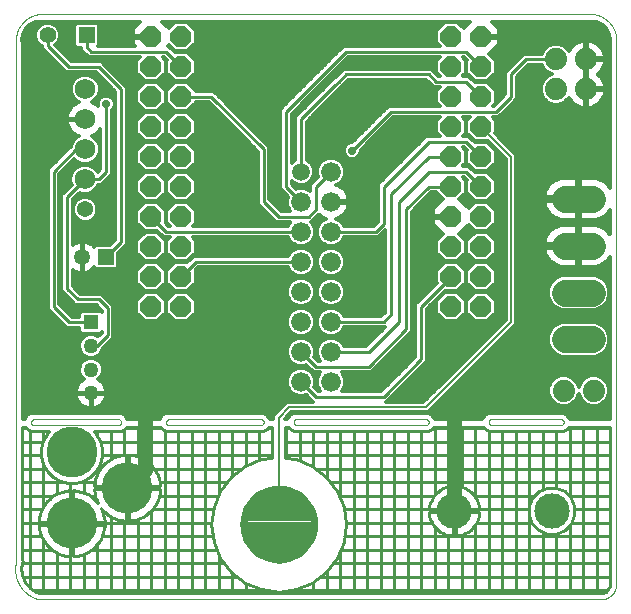
<source format=gtl>
G75*
%MOIN*%
%OFA0B0*%
%FSLAX25Y25*%
%IPPOS*%
%LPD*%
%AMOC8*
5,1,8,0,0,1.08239X$1,22.5*
%
%ADD10C,0.00100*%
%ADD11C,0.17000*%
%ADD12R,0.05500X0.05500*%
%ADD13C,0.05500*%
%ADD14C,0.08858*%
%ADD15R,0.05000X0.05000*%
%ADD16C,0.05000*%
%ADD17OC8,0.07000*%
%ADD18C,0.05906*%
%ADD19C,0.06600*%
%ADD20C,0.02400*%
%ADD21C,0.02400*%
%ADD22C,0.11811*%
%ADD23C,0.07400*%
%ADD24R,0.05315X0.05315*%
%ADD25C,0.05315*%
%ADD26C,0.06900*%
%ADD27C,0.05400*%
%ADD28C,0.01200*%
%ADD29C,0.02800*%
%ADD30C,0.01000*%
%ADD31C,0.05000*%
%ADD32C,0.00700*%
%ADD33C,0.04000*%
D10*
X0014100Y0010000D02*
X0201600Y0010000D01*
X0201740Y0010002D01*
X0201880Y0010008D01*
X0202020Y0010018D01*
X0202160Y0010031D01*
X0202299Y0010049D01*
X0202438Y0010071D01*
X0202575Y0010096D01*
X0202713Y0010125D01*
X0202849Y0010158D01*
X0202984Y0010195D01*
X0203118Y0010236D01*
X0203251Y0010281D01*
X0203383Y0010329D01*
X0203513Y0010381D01*
X0203642Y0010436D01*
X0203769Y0010495D01*
X0203895Y0010558D01*
X0204019Y0010624D01*
X0204140Y0010693D01*
X0204260Y0010766D01*
X0204378Y0010843D01*
X0204493Y0010922D01*
X0204607Y0011005D01*
X0204717Y0011091D01*
X0204826Y0011180D01*
X0204932Y0011272D01*
X0205035Y0011367D01*
X0205136Y0011464D01*
X0205233Y0011565D01*
X0205328Y0011668D01*
X0205420Y0011774D01*
X0205509Y0011883D01*
X0205595Y0011993D01*
X0205678Y0012107D01*
X0205757Y0012222D01*
X0205834Y0012340D01*
X0205907Y0012460D01*
X0205976Y0012581D01*
X0206042Y0012705D01*
X0206105Y0012831D01*
X0206164Y0012958D01*
X0206219Y0013087D01*
X0206271Y0013217D01*
X0206319Y0013349D01*
X0206364Y0013482D01*
X0206405Y0013616D01*
X0206442Y0013751D01*
X0206475Y0013887D01*
X0206504Y0014025D01*
X0206529Y0014162D01*
X0206551Y0014301D01*
X0206569Y0014440D01*
X0206582Y0014580D01*
X0206592Y0014720D01*
X0206598Y0014860D01*
X0206600Y0015000D01*
X0206600Y0195000D01*
X0206628Y0195212D01*
X0206650Y0195424D01*
X0206668Y0195637D01*
X0206680Y0195850D01*
X0206687Y0196064D01*
X0206689Y0196277D01*
X0206686Y0196491D01*
X0206677Y0196704D01*
X0206664Y0196918D01*
X0206645Y0197130D01*
X0206621Y0197343D01*
X0206592Y0197554D01*
X0206558Y0197765D01*
X0206519Y0197975D01*
X0206475Y0198184D01*
X0206426Y0198392D01*
X0206371Y0198598D01*
X0206312Y0198804D01*
X0206248Y0199007D01*
X0206179Y0199210D01*
X0206105Y0199410D01*
X0206026Y0199608D01*
X0205943Y0199805D01*
X0205854Y0200000D01*
X0205761Y0200192D01*
X0205664Y0200382D01*
X0205562Y0200570D01*
X0205455Y0200755D01*
X0205344Y0200937D01*
X0205229Y0201117D01*
X0205109Y0201294D01*
X0204985Y0201468D01*
X0204857Y0201638D01*
X0204724Y0201806D01*
X0204588Y0201971D01*
X0204448Y0202132D01*
X0204304Y0202290D01*
X0204156Y0202444D01*
X0204005Y0202594D01*
X0203849Y0202741D01*
X0203691Y0202884D01*
X0203529Y0203023D01*
X0203363Y0203159D01*
X0203195Y0203290D01*
X0203023Y0203417D01*
X0202849Y0203540D01*
X0202671Y0203659D01*
X0202491Y0203773D01*
X0202307Y0203883D01*
X0202122Y0203988D01*
X0201933Y0204089D01*
X0201743Y0204186D01*
X0201550Y0204277D01*
X0201355Y0204364D01*
X0201158Y0204447D01*
X0200959Y0204524D01*
X0200758Y0204597D01*
X0200555Y0204665D01*
X0200351Y0204728D01*
X0200146Y0204786D01*
X0199939Y0204839D01*
X0199731Y0204887D01*
X0199521Y0204930D01*
X0199311Y0204967D01*
X0199100Y0205000D01*
X0014100Y0205000D01*
X0013886Y0204967D01*
X0013672Y0204928D01*
X0013460Y0204884D01*
X0013248Y0204836D01*
X0013038Y0204781D01*
X0012830Y0204722D01*
X0012622Y0204658D01*
X0012417Y0204588D01*
X0012213Y0204514D01*
X0012011Y0204434D01*
X0011811Y0204350D01*
X0011614Y0204261D01*
X0011418Y0204166D01*
X0011225Y0204068D01*
X0011035Y0203964D01*
X0010847Y0203856D01*
X0010661Y0203743D01*
X0010479Y0203626D01*
X0010299Y0203504D01*
X0010123Y0203378D01*
X0009949Y0203247D01*
X0009779Y0203113D01*
X0009613Y0202974D01*
X0009449Y0202831D01*
X0009290Y0202684D01*
X0009134Y0202534D01*
X0008981Y0202379D01*
X0008833Y0202221D01*
X0008688Y0202059D01*
X0008548Y0201894D01*
X0008411Y0201725D01*
X0008279Y0201553D01*
X0008151Y0201378D01*
X0008027Y0201200D01*
X0007908Y0201019D01*
X0007793Y0200835D01*
X0007683Y0200648D01*
X0007577Y0200458D01*
X0007476Y0200266D01*
X0007380Y0200072D01*
X0007289Y0199875D01*
X0007202Y0199676D01*
X0007120Y0199475D01*
X0007044Y0199272D01*
X0006972Y0199068D01*
X0006905Y0198861D01*
X0006844Y0198653D01*
X0006788Y0198444D01*
X0006736Y0198233D01*
X0006690Y0198021D01*
X0006649Y0197808D01*
X0006614Y0197594D01*
X0006583Y0197379D01*
X0006558Y0197164D01*
X0006539Y0196948D01*
X0006524Y0196731D01*
X0006515Y0196514D01*
X0006511Y0196297D01*
X0006513Y0196080D01*
X0006519Y0195864D01*
X0006532Y0195647D01*
X0006549Y0195431D01*
X0006572Y0195215D01*
X0006600Y0195000D01*
X0006600Y0022500D01*
X0006542Y0022258D01*
X0006491Y0022014D01*
X0006445Y0021769D01*
X0006405Y0021523D01*
X0006371Y0021276D01*
X0006343Y0021029D01*
X0006322Y0020781D01*
X0006306Y0020532D01*
X0006296Y0020283D01*
X0006292Y0020034D01*
X0006294Y0019785D01*
X0006302Y0019536D01*
X0006317Y0019287D01*
X0006337Y0019039D01*
X0006363Y0018791D01*
X0006395Y0018544D01*
X0006433Y0018298D01*
X0006478Y0018053D01*
X0006528Y0017809D01*
X0006583Y0017566D01*
X0006645Y0017325D01*
X0006713Y0017085D01*
X0006786Y0016847D01*
X0006865Y0016611D01*
X0006950Y0016377D01*
X0007040Y0016145D01*
X0007136Y0015915D01*
X0007238Y0015687D01*
X0007345Y0015462D01*
X0007457Y0015240D01*
X0007575Y0015020D01*
X0007698Y0014804D01*
X0007826Y0014590D01*
X0007959Y0014380D01*
X0008097Y0014173D01*
X0008241Y0013969D01*
X0008389Y0013769D01*
X0008542Y0013572D01*
X0008699Y0013379D01*
X0008862Y0013190D01*
X0009029Y0013005D01*
X0009200Y0012824D01*
X0009375Y0012648D01*
X0009555Y0012475D01*
X0009739Y0012307D01*
X0009927Y0012144D01*
X0010119Y0011985D01*
X0010314Y0011830D01*
X0010513Y0011681D01*
X0010716Y0011536D01*
X0010923Y0011396D01*
X0011132Y0011262D01*
X0011345Y0011132D01*
X0011561Y0011008D01*
X0011779Y0010889D01*
X0012001Y0010775D01*
X0012225Y0010666D01*
X0012452Y0010563D01*
X0012681Y0010466D01*
X0012913Y0010374D01*
X0013146Y0010288D01*
X0013382Y0010207D01*
X0013620Y0010132D01*
X0013859Y0010063D01*
X0014100Y0010000D01*
X0012600Y0068000D02*
X0040600Y0068000D01*
X0040660Y0068002D01*
X0040721Y0068007D01*
X0040780Y0068016D01*
X0040839Y0068029D01*
X0040898Y0068045D01*
X0040955Y0068065D01*
X0041010Y0068088D01*
X0041065Y0068115D01*
X0041117Y0068144D01*
X0041168Y0068177D01*
X0041217Y0068213D01*
X0041263Y0068251D01*
X0041307Y0068293D01*
X0041349Y0068337D01*
X0041387Y0068383D01*
X0041423Y0068432D01*
X0041456Y0068483D01*
X0041485Y0068535D01*
X0041512Y0068590D01*
X0041535Y0068645D01*
X0041555Y0068702D01*
X0041571Y0068761D01*
X0041584Y0068820D01*
X0041593Y0068879D01*
X0041598Y0068940D01*
X0041600Y0069000D01*
X0041598Y0069060D01*
X0041593Y0069121D01*
X0041584Y0069180D01*
X0041571Y0069239D01*
X0041555Y0069298D01*
X0041535Y0069355D01*
X0041512Y0069410D01*
X0041485Y0069465D01*
X0041456Y0069517D01*
X0041423Y0069568D01*
X0041387Y0069617D01*
X0041349Y0069663D01*
X0041307Y0069707D01*
X0041263Y0069749D01*
X0041217Y0069787D01*
X0041168Y0069823D01*
X0041117Y0069856D01*
X0041065Y0069885D01*
X0041010Y0069912D01*
X0040955Y0069935D01*
X0040898Y0069955D01*
X0040839Y0069971D01*
X0040780Y0069984D01*
X0040721Y0069993D01*
X0040660Y0069998D01*
X0040600Y0070000D01*
X0012600Y0070000D01*
X0011600Y0069000D02*
X0011602Y0068940D01*
X0011607Y0068879D01*
X0011616Y0068820D01*
X0011629Y0068761D01*
X0011645Y0068702D01*
X0011665Y0068645D01*
X0011688Y0068590D01*
X0011715Y0068535D01*
X0011744Y0068483D01*
X0011777Y0068432D01*
X0011813Y0068383D01*
X0011851Y0068337D01*
X0011893Y0068293D01*
X0011937Y0068251D01*
X0011983Y0068213D01*
X0012032Y0068177D01*
X0012083Y0068144D01*
X0012135Y0068115D01*
X0012190Y0068088D01*
X0012245Y0068065D01*
X0012302Y0068045D01*
X0012361Y0068029D01*
X0012420Y0068016D01*
X0012479Y0068007D01*
X0012540Y0068002D01*
X0012600Y0068000D01*
X0011600Y0069000D02*
X0011602Y0069060D01*
X0011607Y0069121D01*
X0011616Y0069180D01*
X0011629Y0069239D01*
X0011645Y0069298D01*
X0011665Y0069355D01*
X0011688Y0069410D01*
X0011715Y0069465D01*
X0011744Y0069517D01*
X0011777Y0069568D01*
X0011813Y0069617D01*
X0011851Y0069663D01*
X0011893Y0069707D01*
X0011937Y0069749D01*
X0011983Y0069787D01*
X0012032Y0069823D01*
X0012083Y0069856D01*
X0012135Y0069885D01*
X0012190Y0069912D01*
X0012245Y0069935D01*
X0012302Y0069955D01*
X0012361Y0069971D01*
X0012420Y0069984D01*
X0012479Y0069993D01*
X0012540Y0069998D01*
X0012600Y0070000D01*
X0057600Y0070000D02*
X0088100Y0070000D01*
X0089100Y0069000D02*
X0089098Y0068940D01*
X0089093Y0068879D01*
X0089084Y0068820D01*
X0089071Y0068761D01*
X0089055Y0068702D01*
X0089035Y0068645D01*
X0089012Y0068590D01*
X0088985Y0068535D01*
X0088956Y0068483D01*
X0088923Y0068432D01*
X0088887Y0068383D01*
X0088849Y0068337D01*
X0088807Y0068293D01*
X0088763Y0068251D01*
X0088717Y0068213D01*
X0088668Y0068177D01*
X0088617Y0068144D01*
X0088565Y0068115D01*
X0088510Y0068088D01*
X0088455Y0068065D01*
X0088398Y0068045D01*
X0088339Y0068029D01*
X0088280Y0068016D01*
X0088221Y0068007D01*
X0088160Y0068002D01*
X0088100Y0068000D01*
X0057600Y0068000D01*
X0057540Y0068002D01*
X0057479Y0068007D01*
X0057420Y0068016D01*
X0057361Y0068029D01*
X0057302Y0068045D01*
X0057245Y0068065D01*
X0057190Y0068088D01*
X0057135Y0068115D01*
X0057083Y0068144D01*
X0057032Y0068177D01*
X0056983Y0068213D01*
X0056937Y0068251D01*
X0056893Y0068293D01*
X0056851Y0068337D01*
X0056813Y0068383D01*
X0056777Y0068432D01*
X0056744Y0068483D01*
X0056715Y0068535D01*
X0056688Y0068590D01*
X0056665Y0068645D01*
X0056645Y0068702D01*
X0056629Y0068761D01*
X0056616Y0068820D01*
X0056607Y0068879D01*
X0056602Y0068940D01*
X0056600Y0069000D01*
X0056602Y0069060D01*
X0056607Y0069121D01*
X0056616Y0069180D01*
X0056629Y0069239D01*
X0056645Y0069298D01*
X0056665Y0069355D01*
X0056688Y0069410D01*
X0056715Y0069465D01*
X0056744Y0069517D01*
X0056777Y0069568D01*
X0056813Y0069617D01*
X0056851Y0069663D01*
X0056893Y0069707D01*
X0056937Y0069749D01*
X0056983Y0069787D01*
X0057032Y0069823D01*
X0057083Y0069856D01*
X0057135Y0069885D01*
X0057190Y0069912D01*
X0057245Y0069935D01*
X0057302Y0069955D01*
X0057361Y0069971D01*
X0057420Y0069984D01*
X0057479Y0069993D01*
X0057540Y0069998D01*
X0057600Y0070000D01*
X0088100Y0070000D02*
X0088160Y0069998D01*
X0088221Y0069993D01*
X0088280Y0069984D01*
X0088339Y0069971D01*
X0088398Y0069955D01*
X0088455Y0069935D01*
X0088510Y0069912D01*
X0088565Y0069885D01*
X0088617Y0069856D01*
X0088668Y0069823D01*
X0088717Y0069787D01*
X0088763Y0069749D01*
X0088807Y0069707D01*
X0088849Y0069663D01*
X0088887Y0069617D01*
X0088923Y0069568D01*
X0088956Y0069517D01*
X0088985Y0069465D01*
X0089012Y0069410D01*
X0089035Y0069355D01*
X0089055Y0069298D01*
X0089071Y0069239D01*
X0089084Y0069180D01*
X0089093Y0069121D01*
X0089098Y0069060D01*
X0089100Y0069000D01*
X0099100Y0069000D02*
X0099102Y0068940D01*
X0099107Y0068879D01*
X0099116Y0068820D01*
X0099129Y0068761D01*
X0099145Y0068702D01*
X0099165Y0068645D01*
X0099188Y0068590D01*
X0099215Y0068535D01*
X0099244Y0068483D01*
X0099277Y0068432D01*
X0099313Y0068383D01*
X0099351Y0068337D01*
X0099393Y0068293D01*
X0099437Y0068251D01*
X0099483Y0068213D01*
X0099532Y0068177D01*
X0099583Y0068144D01*
X0099635Y0068115D01*
X0099690Y0068088D01*
X0099745Y0068065D01*
X0099802Y0068045D01*
X0099861Y0068029D01*
X0099920Y0068016D01*
X0099979Y0068007D01*
X0100040Y0068002D01*
X0100100Y0068000D01*
X0143100Y0068000D01*
X0143160Y0068002D01*
X0143221Y0068007D01*
X0143280Y0068016D01*
X0143339Y0068029D01*
X0143398Y0068045D01*
X0143455Y0068065D01*
X0143510Y0068088D01*
X0143565Y0068115D01*
X0143617Y0068144D01*
X0143668Y0068177D01*
X0143717Y0068213D01*
X0143763Y0068251D01*
X0143807Y0068293D01*
X0143849Y0068337D01*
X0143887Y0068383D01*
X0143923Y0068432D01*
X0143956Y0068483D01*
X0143985Y0068535D01*
X0144012Y0068590D01*
X0144035Y0068645D01*
X0144055Y0068702D01*
X0144071Y0068761D01*
X0144084Y0068820D01*
X0144093Y0068879D01*
X0144098Y0068940D01*
X0144100Y0069000D01*
X0144098Y0069060D01*
X0144093Y0069121D01*
X0144084Y0069180D01*
X0144071Y0069239D01*
X0144055Y0069298D01*
X0144035Y0069355D01*
X0144012Y0069410D01*
X0143985Y0069465D01*
X0143956Y0069517D01*
X0143923Y0069568D01*
X0143887Y0069617D01*
X0143849Y0069663D01*
X0143807Y0069707D01*
X0143763Y0069749D01*
X0143717Y0069787D01*
X0143668Y0069823D01*
X0143617Y0069856D01*
X0143565Y0069885D01*
X0143510Y0069912D01*
X0143455Y0069935D01*
X0143398Y0069955D01*
X0143339Y0069971D01*
X0143280Y0069984D01*
X0143221Y0069993D01*
X0143160Y0069998D01*
X0143100Y0070000D01*
X0100100Y0070000D01*
X0100040Y0069998D01*
X0099979Y0069993D01*
X0099920Y0069984D01*
X0099861Y0069971D01*
X0099802Y0069955D01*
X0099745Y0069935D01*
X0099690Y0069912D01*
X0099635Y0069885D01*
X0099583Y0069856D01*
X0099532Y0069823D01*
X0099483Y0069787D01*
X0099437Y0069749D01*
X0099393Y0069707D01*
X0099351Y0069663D01*
X0099313Y0069617D01*
X0099277Y0069568D01*
X0099244Y0069517D01*
X0099215Y0069465D01*
X0099188Y0069410D01*
X0099165Y0069355D01*
X0099145Y0069298D01*
X0099129Y0069239D01*
X0099116Y0069180D01*
X0099107Y0069121D01*
X0099102Y0069060D01*
X0099100Y0069000D01*
X0164100Y0069000D02*
X0164102Y0068940D01*
X0164107Y0068879D01*
X0164116Y0068820D01*
X0164129Y0068761D01*
X0164145Y0068702D01*
X0164165Y0068645D01*
X0164188Y0068590D01*
X0164215Y0068535D01*
X0164244Y0068483D01*
X0164277Y0068432D01*
X0164313Y0068383D01*
X0164351Y0068337D01*
X0164393Y0068293D01*
X0164437Y0068251D01*
X0164483Y0068213D01*
X0164532Y0068177D01*
X0164583Y0068144D01*
X0164635Y0068115D01*
X0164690Y0068088D01*
X0164745Y0068065D01*
X0164802Y0068045D01*
X0164861Y0068029D01*
X0164920Y0068016D01*
X0164979Y0068007D01*
X0165040Y0068002D01*
X0165100Y0068000D01*
X0188100Y0068000D01*
X0188160Y0068002D01*
X0188221Y0068007D01*
X0188280Y0068016D01*
X0188339Y0068029D01*
X0188398Y0068045D01*
X0188455Y0068065D01*
X0188510Y0068088D01*
X0188565Y0068115D01*
X0188617Y0068144D01*
X0188668Y0068177D01*
X0188717Y0068213D01*
X0188763Y0068251D01*
X0188807Y0068293D01*
X0188849Y0068337D01*
X0188887Y0068383D01*
X0188923Y0068432D01*
X0188956Y0068483D01*
X0188985Y0068535D01*
X0189012Y0068590D01*
X0189035Y0068645D01*
X0189055Y0068702D01*
X0189071Y0068761D01*
X0189084Y0068820D01*
X0189093Y0068879D01*
X0189098Y0068940D01*
X0189100Y0069000D01*
X0189098Y0069060D01*
X0189093Y0069121D01*
X0189084Y0069180D01*
X0189071Y0069239D01*
X0189055Y0069298D01*
X0189035Y0069355D01*
X0189012Y0069410D01*
X0188985Y0069465D01*
X0188956Y0069517D01*
X0188923Y0069568D01*
X0188887Y0069617D01*
X0188849Y0069663D01*
X0188807Y0069707D01*
X0188763Y0069749D01*
X0188717Y0069787D01*
X0188668Y0069823D01*
X0188617Y0069856D01*
X0188565Y0069885D01*
X0188510Y0069912D01*
X0188455Y0069935D01*
X0188398Y0069955D01*
X0188339Y0069971D01*
X0188280Y0069984D01*
X0188221Y0069993D01*
X0188160Y0069998D01*
X0188100Y0070000D01*
X0165100Y0070000D01*
X0165040Y0069998D01*
X0164979Y0069993D01*
X0164920Y0069984D01*
X0164861Y0069971D01*
X0164802Y0069955D01*
X0164745Y0069935D01*
X0164690Y0069912D01*
X0164635Y0069885D01*
X0164583Y0069856D01*
X0164532Y0069823D01*
X0164483Y0069787D01*
X0164437Y0069749D01*
X0164393Y0069707D01*
X0164351Y0069663D01*
X0164313Y0069617D01*
X0164277Y0069568D01*
X0164244Y0069517D01*
X0164215Y0069465D01*
X0164188Y0069410D01*
X0164165Y0069355D01*
X0164145Y0069298D01*
X0164129Y0069239D01*
X0164116Y0069180D01*
X0164107Y0069121D01*
X0164102Y0069060D01*
X0164100Y0069000D01*
D11*
X0043604Y0047126D03*
X0025100Y0058937D03*
X0025100Y0035315D03*
D12*
X0030100Y0198000D03*
D13*
X0017100Y0198000D03*
D14*
X0189671Y0143386D02*
X0198529Y0143386D01*
X0198529Y0127795D02*
X0189671Y0127795D01*
X0189671Y0112205D02*
X0198529Y0112205D01*
X0198529Y0096614D02*
X0189671Y0096614D01*
D15*
X0031600Y0102311D03*
D16*
X0031600Y0094437D03*
X0031600Y0086563D03*
X0031600Y0078689D03*
D17*
X0051600Y0107500D03*
X0061600Y0107500D03*
X0061600Y0117500D03*
X0061600Y0127500D03*
X0051600Y0127500D03*
X0051600Y0117500D03*
X0051600Y0137500D03*
X0051600Y0147500D03*
X0061600Y0147500D03*
X0061600Y0137500D03*
X0061600Y0157500D03*
X0061600Y0167500D03*
X0051600Y0167500D03*
X0051600Y0157500D03*
X0051600Y0177500D03*
X0051600Y0187500D03*
X0061600Y0187500D03*
X0061600Y0177500D03*
X0061600Y0197500D03*
X0051600Y0197500D03*
X0151600Y0197500D03*
X0161600Y0197500D03*
X0161600Y0187500D03*
X0161600Y0177500D03*
X0151600Y0177500D03*
X0151600Y0187500D03*
X0151600Y0167500D03*
X0151600Y0157500D03*
X0161600Y0157500D03*
X0161600Y0167500D03*
X0161600Y0147500D03*
X0161600Y0137500D03*
X0151600Y0137500D03*
X0151600Y0147500D03*
X0151600Y0127500D03*
X0151600Y0117500D03*
X0161600Y0117500D03*
X0161600Y0127500D03*
X0161600Y0107500D03*
X0151600Y0107500D03*
D18*
X0101600Y0152500D03*
D19*
X0101600Y0142500D03*
X0101600Y0132500D03*
X0101600Y0122500D03*
X0101600Y0112500D03*
X0101600Y0102500D03*
X0101600Y0092500D03*
X0101600Y0082500D03*
X0111600Y0082500D03*
X0111600Y0092500D03*
X0111600Y0102500D03*
X0111600Y0112500D03*
X0111600Y0122500D03*
X0111600Y0132500D03*
X0111600Y0142500D03*
X0111600Y0152500D03*
D20*
X0094100Y0043000D03*
D21*
X0094100Y0046811D02*
X0092419Y0046691D01*
X0090772Y0046333D01*
X0089194Y0045744D01*
X0087714Y0044936D01*
X0086365Y0043926D01*
X0085174Y0042735D01*
X0084164Y0041386D01*
X0083356Y0039906D01*
X0082767Y0038328D01*
X0082409Y0036681D01*
X0082289Y0035000D01*
X0082409Y0033319D01*
X0082767Y0031672D01*
X0083356Y0030094D01*
X0084164Y0028614D01*
X0085174Y0027265D01*
X0086365Y0026074D01*
X0087714Y0025064D01*
X0089194Y0024256D01*
X0090772Y0023667D01*
X0092419Y0023309D01*
X0094100Y0023189D01*
X0095781Y0023309D01*
X0097428Y0023667D01*
X0099006Y0024256D01*
X0100486Y0025064D01*
X0101835Y0026074D01*
X0103026Y0027265D01*
X0104036Y0028614D01*
X0104844Y0030094D01*
X0105433Y0031672D01*
X0105791Y0033319D01*
X0105911Y0035000D01*
X0105791Y0036681D01*
X0105433Y0038328D01*
X0104844Y0039906D01*
X0104036Y0041386D01*
X0103026Y0042735D01*
X0101835Y0043926D01*
X0100486Y0044936D01*
X0099006Y0045744D01*
X0097428Y0046333D01*
X0095781Y0046691D01*
X0094100Y0046811D01*
X0087072Y0044455D02*
X0101128Y0044455D01*
X0103534Y0042057D02*
X0084666Y0042057D01*
X0083264Y0039658D02*
X0104936Y0039658D01*
X0105665Y0037260D02*
X0082535Y0037260D01*
X0082299Y0034861D02*
X0105901Y0034861D01*
X0105605Y0032463D02*
X0082595Y0032463D01*
X0083372Y0030064D02*
X0104828Y0030064D01*
X0103326Y0027666D02*
X0084874Y0027666D01*
X0087443Y0025267D02*
X0100757Y0025267D01*
D22*
X0152620Y0039500D03*
X0185100Y0039500D03*
D23*
X0189100Y0079500D03*
X0199100Y0079500D03*
X0196600Y0180000D03*
X0196600Y0190000D03*
X0186600Y0190000D03*
X0186600Y0180000D03*
D24*
X0036537Y0124000D03*
D25*
X0028663Y0124000D03*
D26*
X0029575Y0150000D03*
X0029625Y0160000D03*
X0029575Y0170000D03*
X0029625Y0180025D03*
D27*
X0029600Y0140000D03*
D28*
X0025779Y0141490D02*
X0025500Y0141490D01*
X0025500Y0140816D02*
X0025500Y0139184D01*
X0026124Y0137678D01*
X0027278Y0136524D01*
X0028784Y0135900D01*
X0030416Y0135900D01*
X0031922Y0136524D01*
X0033076Y0137678D01*
X0033700Y0139184D01*
X0033700Y0140816D01*
X0033076Y0142322D01*
X0031922Y0143476D01*
X0030416Y0144100D01*
X0028784Y0144100D01*
X0027278Y0143476D01*
X0026124Y0142322D01*
X0025500Y0140816D01*
X0025500Y0140292D02*
X0025500Y0140292D01*
X0025500Y0139093D02*
X0025538Y0139093D01*
X0025500Y0137895D02*
X0026034Y0137895D01*
X0025500Y0136696D02*
X0027106Y0136696D01*
X0025500Y0135498D02*
X0039700Y0135498D01*
X0039700Y0136696D02*
X0032094Y0136696D01*
X0033166Y0137895D02*
X0039700Y0137895D01*
X0039700Y0139093D02*
X0033662Y0139093D01*
X0033700Y0140292D02*
X0039700Y0140292D01*
X0039700Y0141490D02*
X0033421Y0141490D01*
X0032710Y0142689D02*
X0039700Y0142689D01*
X0039700Y0143887D02*
X0030929Y0143887D01*
X0030540Y0145150D02*
X0032322Y0145888D01*
X0033687Y0147253D01*
X0034038Y0148100D01*
X0034887Y0148100D01*
X0036000Y0149213D01*
X0038500Y0151713D01*
X0038500Y0172940D01*
X0038974Y0173414D01*
X0039400Y0174443D01*
X0039400Y0175557D01*
X0038974Y0176586D01*
X0038186Y0177374D01*
X0037157Y0177800D01*
X0036043Y0177800D01*
X0035014Y0177374D01*
X0034226Y0176586D01*
X0033800Y0175557D01*
X0033800Y0174443D01*
X0033879Y0174252D01*
X0033516Y0174615D01*
X0032746Y0175174D01*
X0031897Y0175607D01*
X0031749Y0175655D01*
X0032372Y0175913D01*
X0033737Y0177278D01*
X0034475Y0179060D01*
X0034475Y0180990D01*
X0033737Y0182772D01*
X0032372Y0184137D01*
X0030590Y0184875D01*
X0028660Y0184875D01*
X0026878Y0184137D01*
X0025513Y0182772D01*
X0024775Y0180990D01*
X0024775Y0179060D01*
X0025513Y0177278D01*
X0026878Y0175913D01*
X0027457Y0175673D01*
X0027253Y0175607D01*
X0026404Y0175174D01*
X0025634Y0174615D01*
X0024960Y0173941D01*
X0024401Y0173171D01*
X0023968Y0172322D01*
X0023674Y0171417D01*
X0023525Y0170476D01*
X0023525Y0170185D01*
X0029389Y0170185D01*
X0029389Y0169815D01*
X0023525Y0169815D01*
X0023525Y0169524D01*
X0023674Y0168583D01*
X0023968Y0167678D01*
X0024401Y0166829D01*
X0024960Y0166059D01*
X0025634Y0165385D01*
X0026404Y0164826D01*
X0027253Y0164393D01*
X0027424Y0164338D01*
X0026878Y0164112D01*
X0025513Y0162747D01*
X0024775Y0160965D01*
X0024775Y0160862D01*
X0024700Y0160787D01*
X0017200Y0153287D01*
X0017200Y0151713D01*
X0017200Y0106713D01*
X0018313Y0105600D01*
X0023502Y0100411D01*
X0027700Y0100411D01*
X0027700Y0099231D01*
X0028520Y0098411D01*
X0034680Y0098411D01*
X0035200Y0098931D01*
X0035200Y0098787D01*
X0033983Y0097570D01*
X0033809Y0097743D01*
X0032376Y0098337D01*
X0030824Y0098337D01*
X0029391Y0097743D01*
X0028294Y0096646D01*
X0027700Y0095213D01*
X0027700Y0093661D01*
X0028294Y0092228D01*
X0029391Y0091131D01*
X0030824Y0090537D01*
X0032376Y0090537D01*
X0033809Y0091131D01*
X0034906Y0092228D01*
X0035500Y0093661D01*
X0035500Y0093713D01*
X0039000Y0097213D01*
X0039000Y0107787D01*
X0036000Y0110787D01*
X0034887Y0111900D01*
X0027887Y0111900D01*
X0025500Y0114287D01*
X0025500Y0119799D01*
X0025907Y0119503D01*
X0026645Y0119128D01*
X0027432Y0118872D01*
X0028249Y0118743D01*
X0028476Y0118743D01*
X0028476Y0123813D01*
X0028850Y0123813D01*
X0028850Y0118743D01*
X0029077Y0118743D01*
X0029894Y0118872D01*
X0030681Y0119128D01*
X0031419Y0119503D01*
X0032088Y0119990D01*
X0032670Y0120572D01*
X0033300Y0119943D01*
X0039774Y0119943D01*
X0040594Y0120763D01*
X0040594Y0125370D01*
X0043500Y0128276D01*
X0043500Y0180787D01*
X0042387Y0181900D01*
X0034887Y0189400D01*
X0024887Y0189400D01*
X0019628Y0194659D01*
X0020618Y0195649D01*
X0021250Y0197175D01*
X0021250Y0198825D01*
X0020618Y0200351D01*
X0019451Y0201518D01*
X0017925Y0202150D01*
X0016275Y0202150D01*
X0014749Y0201518D01*
X0013582Y0200351D01*
X0012950Y0198825D01*
X0012950Y0197175D01*
X0013582Y0195649D01*
X0014749Y0194482D01*
X0015200Y0194295D01*
X0015200Y0193713D01*
X0022200Y0186713D01*
X0023313Y0185600D01*
X0033313Y0185600D01*
X0039700Y0179213D01*
X0039700Y0129850D01*
X0037907Y0128057D01*
X0033300Y0128057D01*
X0032670Y0127428D01*
X0032088Y0128010D01*
X0031419Y0128497D01*
X0030681Y0128872D01*
X0029894Y0129128D01*
X0029077Y0129257D01*
X0028850Y0129257D01*
X0028850Y0124187D01*
X0028476Y0124187D01*
X0028476Y0129257D01*
X0028249Y0129257D01*
X0027432Y0129128D01*
X0026645Y0128872D01*
X0025907Y0128497D01*
X0025500Y0128201D01*
X0025500Y0143238D01*
X0027763Y0145501D01*
X0028610Y0145150D01*
X0030540Y0145150D01*
X0032718Y0146284D02*
X0039700Y0146284D01*
X0039700Y0145086D02*
X0027348Y0145086D01*
X0028271Y0143887D02*
X0026149Y0143887D01*
X0026490Y0142689D02*
X0025500Y0142689D01*
X0021700Y0142689D02*
X0021000Y0142689D01*
X0021000Y0143887D02*
X0021700Y0143887D01*
X0021700Y0144812D02*
X0021700Y0112713D01*
X0022813Y0111600D01*
X0026313Y0108100D01*
X0033313Y0108100D01*
X0035200Y0106213D01*
X0035200Y0105691D01*
X0034680Y0106211D01*
X0028520Y0106211D01*
X0027700Y0105391D01*
X0027700Y0104211D01*
X0025076Y0104211D01*
X0021000Y0108287D01*
X0021000Y0151713D01*
X0026027Y0156740D01*
X0026878Y0155888D01*
X0028660Y0155150D01*
X0030590Y0155150D01*
X0032372Y0155888D01*
X0033737Y0157253D01*
X0034475Y0159035D01*
X0034475Y0160965D01*
X0033737Y0162747D01*
X0032372Y0164112D01*
X0031783Y0164356D01*
X0031897Y0164393D01*
X0032746Y0164826D01*
X0033516Y0165385D01*
X0034190Y0166059D01*
X0034700Y0166761D01*
X0034700Y0153287D01*
X0033825Y0152412D01*
X0033687Y0152747D01*
X0032322Y0154112D01*
X0030540Y0154850D01*
X0028610Y0154850D01*
X0026828Y0154112D01*
X0025463Y0152747D01*
X0024725Y0150965D01*
X0024725Y0149035D01*
X0025076Y0148188D01*
X0021700Y0144812D01*
X0021974Y0145086D02*
X0021000Y0145086D01*
X0021000Y0146284D02*
X0023172Y0146284D01*
X0024371Y0147483D02*
X0021000Y0147483D01*
X0021000Y0148681D02*
X0024872Y0148681D01*
X0024725Y0149880D02*
X0021000Y0149880D01*
X0021000Y0151078D02*
X0024772Y0151078D01*
X0025268Y0152277D02*
X0021564Y0152277D01*
X0022762Y0153475D02*
X0026191Y0153475D01*
X0028185Y0154674D02*
X0023961Y0154674D01*
X0025159Y0155872D02*
X0026917Y0155872D01*
X0030965Y0154674D02*
X0034700Y0154674D01*
X0034700Y0155872D02*
X0032333Y0155872D01*
X0033555Y0157071D02*
X0034700Y0157071D01*
X0034700Y0158269D02*
X0034158Y0158269D01*
X0034475Y0159468D02*
X0034700Y0159468D01*
X0034700Y0160666D02*
X0034475Y0160666D01*
X0034700Y0161865D02*
X0034102Y0161865D01*
X0034700Y0163063D02*
X0033421Y0163063D01*
X0034700Y0164262D02*
X0032010Y0164262D01*
X0033591Y0165460D02*
X0034700Y0165460D01*
X0034700Y0166659D02*
X0034626Y0166659D01*
X0038500Y0166659D02*
X0039700Y0166659D01*
X0039700Y0167857D02*
X0038500Y0167857D01*
X0038500Y0169056D02*
X0039700Y0169056D01*
X0039700Y0170254D02*
X0038500Y0170254D01*
X0038500Y0171453D02*
X0039700Y0171453D01*
X0039700Y0172651D02*
X0038500Y0172651D01*
X0039154Y0173850D02*
X0039700Y0173850D01*
X0039700Y0175048D02*
X0039400Y0175048D01*
X0039114Y0176247D02*
X0039700Y0176247D01*
X0039700Y0177445D02*
X0038013Y0177445D01*
X0039700Y0178644D02*
X0034303Y0178644D01*
X0034475Y0179842D02*
X0039071Y0179842D01*
X0037872Y0181041D02*
X0034454Y0181041D01*
X0033957Y0182239D02*
X0036674Y0182239D01*
X0035475Y0183438D02*
X0033071Y0183438D01*
X0034276Y0184637D02*
X0031165Y0184637D01*
X0028085Y0184637D02*
X0008750Y0184637D01*
X0008750Y0185835D02*
X0023078Y0185835D01*
X0021879Y0187034D02*
X0008750Y0187034D01*
X0008750Y0188232D02*
X0020681Y0188232D01*
X0019482Y0189431D02*
X0008750Y0189431D01*
X0008750Y0190629D02*
X0018284Y0190629D01*
X0017085Y0191828D02*
X0008750Y0191828D01*
X0008750Y0193026D02*
X0015887Y0193026D01*
X0015200Y0194225D02*
X0008750Y0194225D01*
X0008750Y0194283D02*
X0008854Y0194422D01*
X0008750Y0195153D01*
X0008750Y0195891D01*
X0008687Y0195953D01*
X0008662Y0196352D01*
X0009021Y0198413D01*
X0009999Y0200263D01*
X0011501Y0201720D01*
X0013090Y0202500D01*
X0047973Y0202500D01*
X0045500Y0200027D01*
X0045500Y0197900D01*
X0051200Y0197900D01*
X0051200Y0197100D01*
X0045500Y0197100D01*
X0045500Y0194973D01*
X0046073Y0194400D01*
X0033980Y0194400D01*
X0034250Y0194670D01*
X0034250Y0201330D01*
X0033430Y0202150D01*
X0026770Y0202150D01*
X0025950Y0201330D01*
X0025950Y0194670D01*
X0026770Y0193850D01*
X0028200Y0193850D01*
X0028200Y0193213D01*
X0029700Y0191713D01*
X0030813Y0190600D01*
X0047770Y0190600D01*
X0046700Y0189530D01*
X0046700Y0185470D01*
X0049570Y0182600D01*
X0053630Y0182600D01*
X0056500Y0185470D01*
X0056500Y0189530D01*
X0055430Y0190600D01*
X0055813Y0190600D01*
X0056792Y0189621D01*
X0056700Y0189530D01*
X0056700Y0185470D01*
X0059570Y0182600D01*
X0063630Y0182600D01*
X0066500Y0185470D01*
X0066500Y0189530D01*
X0063630Y0192400D01*
X0059570Y0192400D01*
X0059479Y0192308D01*
X0058500Y0193287D01*
X0057387Y0194400D01*
X0057127Y0194400D01*
X0057449Y0194722D01*
X0059570Y0192600D01*
X0063630Y0192600D01*
X0066500Y0195470D01*
X0066500Y0199530D01*
X0063630Y0202400D01*
X0059570Y0202400D01*
X0057449Y0200278D01*
X0055227Y0202500D01*
X0157973Y0202500D01*
X0155751Y0200278D01*
X0153630Y0202400D01*
X0149570Y0202400D01*
X0146700Y0199530D01*
X0146700Y0195470D01*
X0147770Y0194400D01*
X0115813Y0194400D01*
X0114700Y0193287D01*
X0094700Y0173287D01*
X0094700Y0146713D01*
X0095813Y0145600D01*
X0097216Y0144197D01*
X0096900Y0143435D01*
X0096900Y0141565D01*
X0097616Y0139838D01*
X0098053Y0139400D01*
X0094887Y0139400D01*
X0091000Y0143287D01*
X0091000Y0160787D01*
X0073500Y0178287D01*
X0072387Y0179400D01*
X0066500Y0179400D01*
X0066500Y0179530D01*
X0063630Y0182400D01*
X0059570Y0182400D01*
X0056700Y0179530D01*
X0056700Y0175470D01*
X0059570Y0172600D01*
X0063630Y0172600D01*
X0066500Y0175470D01*
X0066500Y0175600D01*
X0070813Y0175600D01*
X0087200Y0159213D01*
X0087200Y0141713D01*
X0088313Y0140600D01*
X0093313Y0135600D01*
X0098053Y0135600D01*
X0097616Y0135162D01*
X0097300Y0134400D01*
X0065430Y0134400D01*
X0066500Y0135470D01*
X0066500Y0139530D01*
X0063630Y0142400D01*
X0059570Y0142400D01*
X0056700Y0139530D01*
X0056700Y0135470D01*
X0057770Y0134400D01*
X0057387Y0134400D01*
X0056408Y0135379D01*
X0056500Y0135470D01*
X0056500Y0139530D01*
X0053630Y0142400D01*
X0049570Y0142400D01*
X0046700Y0139530D01*
X0046700Y0135470D01*
X0049570Y0132600D01*
X0053630Y0132600D01*
X0053721Y0132692D01*
X0054700Y0131713D01*
X0055813Y0130600D01*
X0057770Y0130600D01*
X0056700Y0129530D01*
X0056700Y0125470D01*
X0059570Y0122600D01*
X0063630Y0122600D01*
X0066500Y0125470D01*
X0066500Y0129530D01*
X0065430Y0130600D01*
X0097300Y0130600D01*
X0097616Y0129838D01*
X0098938Y0128516D01*
X0100665Y0127800D01*
X0102535Y0127800D01*
X0104262Y0128516D01*
X0105584Y0129838D01*
X0106300Y0131565D01*
X0106300Y0133435D01*
X0105584Y0135162D01*
X0105017Y0135730D01*
X0107387Y0138100D01*
X0107522Y0138235D01*
X0107756Y0138000D01*
X0108508Y0137454D01*
X0109335Y0137032D01*
X0109854Y0136864D01*
X0108938Y0136484D01*
X0107616Y0135162D01*
X0106900Y0133435D01*
X0106900Y0131565D01*
X0107616Y0129838D01*
X0108938Y0128516D01*
X0110665Y0127800D01*
X0112535Y0127800D01*
X0114262Y0128516D01*
X0115584Y0129838D01*
X0115900Y0130600D01*
X0127387Y0130600D01*
X0129700Y0132913D01*
X0129700Y0105787D01*
X0128313Y0104400D01*
X0115900Y0104400D01*
X0115584Y0105162D01*
X0114262Y0106484D01*
X0112535Y0107200D01*
X0110665Y0107200D01*
X0108938Y0106484D01*
X0107616Y0105162D01*
X0106900Y0103435D01*
X0106900Y0101565D01*
X0107616Y0099838D01*
X0108938Y0098516D01*
X0110665Y0097800D01*
X0112535Y0097800D01*
X0114262Y0098516D01*
X0115584Y0099838D01*
X0115900Y0100600D01*
X0129513Y0100600D01*
X0123313Y0094400D01*
X0115900Y0094400D01*
X0115584Y0095162D01*
X0114262Y0096484D01*
X0112535Y0097200D01*
X0110665Y0097200D01*
X0108938Y0096484D01*
X0107616Y0095162D01*
X0106900Y0093435D01*
X0106900Y0091565D01*
X0107616Y0089838D01*
X0108053Y0089400D01*
X0107387Y0089400D01*
X0105984Y0090803D01*
X0106300Y0091565D01*
X0106300Y0093435D01*
X0105584Y0095162D01*
X0104262Y0096484D01*
X0102535Y0097200D01*
X0100665Y0097200D01*
X0098938Y0096484D01*
X0097616Y0095162D01*
X0096900Y0093435D01*
X0096900Y0091565D01*
X0097616Y0089838D01*
X0098938Y0088516D01*
X0100665Y0087800D01*
X0102535Y0087800D01*
X0103297Y0088116D01*
X0104700Y0086713D01*
X0105813Y0085600D01*
X0108053Y0085600D01*
X0107616Y0085162D01*
X0106900Y0083435D01*
X0106900Y0081565D01*
X0107616Y0079838D01*
X0108053Y0079400D01*
X0107387Y0079400D01*
X0105984Y0080803D01*
X0106300Y0081565D01*
X0106300Y0083435D01*
X0105584Y0085162D01*
X0104262Y0086484D01*
X0102535Y0087200D01*
X0100665Y0087200D01*
X0098938Y0086484D01*
X0097616Y0085162D01*
X0096900Y0083435D01*
X0096900Y0081565D01*
X0097616Y0079838D01*
X0098938Y0078516D01*
X0100665Y0077800D01*
X0102535Y0077800D01*
X0103297Y0078116D01*
X0104700Y0076713D01*
X0105663Y0075750D01*
X0096875Y0075750D01*
X0095850Y0074725D01*
X0092350Y0071225D01*
X0092350Y0070000D01*
X0091160Y0070000D01*
X0090406Y0071306D01*
X0090406Y0071306D01*
X0090406Y0071306D01*
X0089054Y0072086D01*
X0088991Y0072150D01*
X0056709Y0072150D01*
X0056646Y0072086D01*
X0055294Y0071306D01*
X0054540Y0070000D01*
X0043660Y0070000D01*
X0042906Y0071306D01*
X0042906Y0071306D01*
X0042906Y0071306D01*
X0041554Y0072086D01*
X0041491Y0072150D01*
X0011709Y0072150D01*
X0011646Y0072086D01*
X0010294Y0071306D01*
X0009540Y0070000D01*
X0008750Y0070000D01*
X0008750Y0194283D01*
X0008750Y0195423D02*
X0013808Y0195423D01*
X0013179Y0196622D02*
X0008709Y0196622D01*
X0008917Y0197820D02*
X0012950Y0197820D01*
X0013030Y0199019D02*
X0009341Y0199019D01*
X0009974Y0200217D02*
X0013526Y0200217D01*
X0014647Y0201416D02*
X0011187Y0201416D01*
X0017100Y0198000D02*
X0017100Y0197000D01*
X0020392Y0195423D02*
X0025950Y0195423D01*
X0025950Y0196622D02*
X0021021Y0196622D01*
X0021250Y0197820D02*
X0025950Y0197820D01*
X0025950Y0199019D02*
X0021170Y0199019D01*
X0020674Y0200217D02*
X0025950Y0200217D01*
X0026036Y0201416D02*
X0019553Y0201416D01*
X0020062Y0194225D02*
X0026395Y0194225D01*
X0028387Y0193026D02*
X0021261Y0193026D01*
X0022459Y0191828D02*
X0029585Y0191828D01*
X0030784Y0190629D02*
X0023658Y0190629D01*
X0024856Y0189431D02*
X0046700Y0189431D01*
X0046700Y0188232D02*
X0036055Y0188232D01*
X0037253Y0187034D02*
X0046700Y0187034D01*
X0046700Y0185835D02*
X0038452Y0185835D01*
X0039650Y0184637D02*
X0047534Y0184637D01*
X0048732Y0183438D02*
X0040849Y0183438D01*
X0042048Y0182239D02*
X0049410Y0182239D01*
X0049570Y0182400D02*
X0046700Y0179530D01*
X0046700Y0175470D01*
X0049570Y0172600D01*
X0053630Y0172600D01*
X0056500Y0175470D01*
X0056500Y0179530D01*
X0053630Y0182400D01*
X0049570Y0182400D01*
X0048211Y0181041D02*
X0043246Y0181041D01*
X0043500Y0179842D02*
X0047013Y0179842D01*
X0046700Y0178644D02*
X0043500Y0178644D01*
X0043500Y0177445D02*
X0046700Y0177445D01*
X0046700Y0176247D02*
X0043500Y0176247D01*
X0043500Y0175048D02*
X0047122Y0175048D01*
X0048320Y0173850D02*
X0043500Y0173850D01*
X0043500Y0172651D02*
X0049519Y0172651D01*
X0049570Y0172400D02*
X0046700Y0169530D01*
X0046700Y0165470D01*
X0049570Y0162600D01*
X0053630Y0162600D01*
X0056500Y0165470D01*
X0056500Y0169530D01*
X0053630Y0172400D01*
X0049570Y0172400D01*
X0048623Y0171453D02*
X0043500Y0171453D01*
X0043500Y0170254D02*
X0047425Y0170254D01*
X0046700Y0169056D02*
X0043500Y0169056D01*
X0043500Y0167857D02*
X0046700Y0167857D01*
X0046700Y0166659D02*
X0043500Y0166659D01*
X0043500Y0165460D02*
X0046710Y0165460D01*
X0047909Y0164262D02*
X0043500Y0164262D01*
X0043500Y0163063D02*
X0049107Y0163063D01*
X0049570Y0162400D02*
X0046700Y0159530D01*
X0046700Y0155470D01*
X0049570Y0152600D01*
X0053630Y0152600D01*
X0056500Y0155470D01*
X0056500Y0159530D01*
X0053630Y0162400D01*
X0049570Y0162400D01*
X0049035Y0161865D02*
X0043500Y0161865D01*
X0043500Y0160666D02*
X0047837Y0160666D01*
X0046700Y0159468D02*
X0043500Y0159468D01*
X0043500Y0158269D02*
X0046700Y0158269D01*
X0046700Y0157071D02*
X0043500Y0157071D01*
X0043500Y0155872D02*
X0046700Y0155872D01*
X0047497Y0154674D02*
X0043500Y0154674D01*
X0043500Y0153475D02*
X0048695Y0153475D01*
X0049570Y0152400D02*
X0046700Y0149530D01*
X0046700Y0145470D01*
X0049570Y0142600D01*
X0053630Y0142600D01*
X0056500Y0145470D01*
X0056500Y0149530D01*
X0053630Y0152400D01*
X0049570Y0152400D01*
X0049447Y0152277D02*
X0043500Y0152277D01*
X0043500Y0151078D02*
X0048249Y0151078D01*
X0047050Y0149880D02*
X0043500Y0149880D01*
X0043500Y0148681D02*
X0046700Y0148681D01*
X0046700Y0147483D02*
X0043500Y0147483D01*
X0043500Y0146284D02*
X0046700Y0146284D01*
X0047085Y0145086D02*
X0043500Y0145086D01*
X0043500Y0143887D02*
X0048283Y0143887D01*
X0049482Y0142689D02*
X0043500Y0142689D01*
X0043500Y0141490D02*
X0048660Y0141490D01*
X0047462Y0140292D02*
X0043500Y0140292D01*
X0043500Y0139093D02*
X0046700Y0139093D01*
X0046700Y0137895D02*
X0043500Y0137895D01*
X0043500Y0136696D02*
X0046700Y0136696D01*
X0046700Y0135498D02*
X0043500Y0135498D01*
X0043500Y0134299D02*
X0047871Y0134299D01*
X0049070Y0133101D02*
X0043500Y0133101D01*
X0043500Y0131902D02*
X0049072Y0131902D01*
X0049570Y0132400D02*
X0046700Y0129530D01*
X0046700Y0125470D01*
X0049570Y0122600D01*
X0053630Y0122600D01*
X0056500Y0125470D01*
X0056500Y0129530D01*
X0053630Y0132400D01*
X0049570Y0132400D01*
X0047874Y0130703D02*
X0043500Y0130703D01*
X0043500Y0129505D02*
X0046700Y0129505D01*
X0046700Y0128306D02*
X0043500Y0128306D01*
X0042332Y0127108D02*
X0046700Y0127108D01*
X0046700Y0125909D02*
X0041133Y0125909D01*
X0040594Y0124711D02*
X0047459Y0124711D01*
X0048658Y0123512D02*
X0040594Y0123512D01*
X0040594Y0122314D02*
X0049484Y0122314D01*
X0049570Y0122400D02*
X0046700Y0119530D01*
X0046700Y0115470D01*
X0049570Y0112600D01*
X0053630Y0112600D01*
X0056500Y0115470D01*
X0056500Y0119530D01*
X0053630Y0122400D01*
X0049570Y0122400D01*
X0048286Y0121115D02*
X0040594Y0121115D01*
X0046700Y0118718D02*
X0025500Y0118718D01*
X0025500Y0117520D02*
X0046700Y0117520D01*
X0046700Y0116321D02*
X0025500Y0116321D01*
X0025500Y0115123D02*
X0047048Y0115123D01*
X0048246Y0113924D02*
X0025863Y0113924D01*
X0027061Y0112726D02*
X0049445Y0112726D01*
X0049570Y0112400D02*
X0046700Y0109530D01*
X0046700Y0105470D01*
X0049570Y0102600D01*
X0053630Y0102600D01*
X0056500Y0105470D01*
X0056500Y0109530D01*
X0053630Y0112400D01*
X0049570Y0112400D01*
X0048698Y0111527D02*
X0035260Y0111527D01*
X0036000Y0110787D02*
X0036000Y0110787D01*
X0036458Y0110329D02*
X0047499Y0110329D01*
X0046700Y0109130D02*
X0037657Y0109130D01*
X0038855Y0107932D02*
X0046700Y0107932D01*
X0046700Y0106733D02*
X0039000Y0106733D01*
X0039000Y0105535D02*
X0046700Y0105535D01*
X0047834Y0104336D02*
X0039000Y0104336D01*
X0039000Y0103138D02*
X0049033Y0103138D01*
X0054167Y0103138D02*
X0059033Y0103138D01*
X0059570Y0102600D02*
X0056700Y0105470D01*
X0056700Y0109530D01*
X0059570Y0112400D01*
X0063630Y0112400D01*
X0066500Y0109530D01*
X0066500Y0105470D01*
X0063630Y0102600D01*
X0059570Y0102600D01*
X0057834Y0104336D02*
X0055366Y0104336D01*
X0056500Y0105535D02*
X0056700Y0105535D01*
X0056700Y0106733D02*
X0056500Y0106733D01*
X0056500Y0107932D02*
X0056700Y0107932D01*
X0056700Y0109130D02*
X0056500Y0109130D01*
X0055701Y0110329D02*
X0057499Y0110329D01*
X0058698Y0111527D02*
X0054502Y0111527D01*
X0053755Y0112726D02*
X0059445Y0112726D01*
X0059570Y0112600D02*
X0063630Y0112600D01*
X0066500Y0115470D01*
X0066500Y0119530D01*
X0066408Y0119621D01*
X0067387Y0120600D01*
X0097300Y0120600D01*
X0097616Y0119838D01*
X0098938Y0118516D01*
X0100665Y0117800D01*
X0102535Y0117800D01*
X0104262Y0118516D01*
X0105584Y0119838D01*
X0106300Y0121565D01*
X0106300Y0123435D01*
X0105584Y0125162D01*
X0104262Y0126484D01*
X0102535Y0127200D01*
X0100665Y0127200D01*
X0098938Y0126484D01*
X0097616Y0125162D01*
X0097300Y0124400D01*
X0065813Y0124400D01*
X0063721Y0122308D01*
X0063630Y0122400D01*
X0059570Y0122400D01*
X0056700Y0119530D01*
X0056700Y0115470D01*
X0059570Y0112600D01*
X0058246Y0113924D02*
X0054954Y0113924D01*
X0056152Y0115123D02*
X0057048Y0115123D01*
X0056700Y0116321D02*
X0056500Y0116321D01*
X0056500Y0117520D02*
X0056700Y0117520D01*
X0056700Y0118718D02*
X0056500Y0118718D01*
X0056113Y0119917D02*
X0057087Y0119917D01*
X0058286Y0121115D02*
X0054914Y0121115D01*
X0053716Y0122314D02*
X0059484Y0122314D01*
X0058658Y0123512D02*
X0054542Y0123512D01*
X0055741Y0124711D02*
X0057459Y0124711D01*
X0056700Y0125909D02*
X0056500Y0125909D01*
X0056500Y0127108D02*
X0056700Y0127108D01*
X0056700Y0128306D02*
X0056500Y0128306D01*
X0056500Y0129505D02*
X0056700Y0129505D01*
X0055709Y0130703D02*
X0055326Y0130703D01*
X0054511Y0131902D02*
X0054128Y0131902D01*
X0056500Y0135498D02*
X0056700Y0135498D01*
X0056700Y0136696D02*
X0056500Y0136696D01*
X0056500Y0137895D02*
X0056700Y0137895D01*
X0056700Y0139093D02*
X0056500Y0139093D01*
X0055738Y0140292D02*
X0057462Y0140292D01*
X0058660Y0141490D02*
X0054540Y0141490D01*
X0053718Y0142689D02*
X0059482Y0142689D01*
X0059570Y0142600D02*
X0063630Y0142600D01*
X0066500Y0145470D01*
X0066500Y0149530D01*
X0063630Y0152400D01*
X0059570Y0152400D01*
X0056700Y0149530D01*
X0056700Y0145470D01*
X0059570Y0142600D01*
X0058283Y0143887D02*
X0054917Y0143887D01*
X0056115Y0145086D02*
X0057085Y0145086D01*
X0056700Y0146284D02*
X0056500Y0146284D01*
X0056500Y0147483D02*
X0056700Y0147483D01*
X0056700Y0148681D02*
X0056500Y0148681D01*
X0056150Y0149880D02*
X0057050Y0149880D01*
X0058249Y0151078D02*
X0054951Y0151078D01*
X0053753Y0152277D02*
X0059447Y0152277D01*
X0059570Y0152600D02*
X0063630Y0152600D01*
X0066500Y0155470D01*
X0066500Y0159530D01*
X0063630Y0162400D01*
X0059570Y0162400D01*
X0056700Y0159530D01*
X0056700Y0155470D01*
X0059570Y0152600D01*
X0058695Y0153475D02*
X0054505Y0153475D01*
X0055703Y0154674D02*
X0057497Y0154674D01*
X0056700Y0155872D02*
X0056500Y0155872D01*
X0056500Y0157071D02*
X0056700Y0157071D01*
X0056700Y0158269D02*
X0056500Y0158269D01*
X0056500Y0159468D02*
X0056700Y0159468D01*
X0057837Y0160666D02*
X0055363Y0160666D01*
X0054165Y0161865D02*
X0059035Y0161865D01*
X0059570Y0162600D02*
X0063630Y0162600D01*
X0066500Y0165470D01*
X0066500Y0169530D01*
X0063630Y0172400D01*
X0059570Y0172400D01*
X0056700Y0169530D01*
X0056700Y0165470D01*
X0059570Y0162600D01*
X0059107Y0163063D02*
X0054093Y0163063D01*
X0055291Y0164262D02*
X0057909Y0164262D01*
X0056710Y0165460D02*
X0056490Y0165460D01*
X0056500Y0166659D02*
X0056700Y0166659D01*
X0056700Y0167857D02*
X0056500Y0167857D01*
X0056500Y0169056D02*
X0056700Y0169056D01*
X0057425Y0170254D02*
X0055775Y0170254D01*
X0054577Y0171453D02*
X0058623Y0171453D01*
X0059519Y0172651D02*
X0053681Y0172651D01*
X0054880Y0173850D02*
X0058320Y0173850D01*
X0057122Y0175048D02*
X0056078Y0175048D01*
X0056500Y0176247D02*
X0056700Y0176247D01*
X0056700Y0177445D02*
X0056500Y0177445D01*
X0056500Y0178644D02*
X0056700Y0178644D01*
X0057013Y0179842D02*
X0056187Y0179842D01*
X0054989Y0181041D02*
X0058211Y0181041D01*
X0059410Y0182239D02*
X0053790Y0182239D01*
X0054468Y0183438D02*
X0058732Y0183438D01*
X0057534Y0184637D02*
X0055666Y0184637D01*
X0056500Y0185835D02*
X0056700Y0185835D01*
X0056700Y0187034D02*
X0056500Y0187034D01*
X0056500Y0188232D02*
X0056700Y0188232D01*
X0056700Y0189431D02*
X0056500Y0189431D01*
X0058761Y0193026D02*
X0059144Y0193026D01*
X0057946Y0194225D02*
X0057562Y0194225D01*
X0051200Y0197820D02*
X0034250Y0197820D01*
X0034250Y0196622D02*
X0045500Y0196622D01*
X0045500Y0195423D02*
X0034250Y0195423D01*
X0034250Y0199019D02*
X0045500Y0199019D01*
X0045690Y0200217D02*
X0034250Y0200217D01*
X0034164Y0201416D02*
X0046889Y0201416D01*
X0056311Y0201416D02*
X0058586Y0201416D01*
X0064614Y0201416D02*
X0148586Y0201416D01*
X0147388Y0200217D02*
X0065812Y0200217D01*
X0066500Y0199019D02*
X0146700Y0199019D01*
X0146700Y0197820D02*
X0066500Y0197820D01*
X0066500Y0196622D02*
X0146700Y0196622D01*
X0146747Y0195423D02*
X0066453Y0195423D01*
X0065254Y0194225D02*
X0115638Y0194225D01*
X0114439Y0193026D02*
X0064056Y0193026D01*
X0064202Y0191828D02*
X0113241Y0191828D01*
X0112042Y0190629D02*
X0065401Y0190629D01*
X0066500Y0189431D02*
X0110844Y0189431D01*
X0109645Y0188232D02*
X0066500Y0188232D01*
X0066500Y0187034D02*
X0108447Y0187034D01*
X0107248Y0185835D02*
X0066500Y0185835D01*
X0065666Y0184637D02*
X0106050Y0184637D01*
X0104851Y0183438D02*
X0064468Y0183438D01*
X0063790Y0182239D02*
X0103652Y0182239D01*
X0102454Y0181041D02*
X0064989Y0181041D01*
X0066187Y0179842D02*
X0101255Y0179842D01*
X0100057Y0178644D02*
X0073143Y0178644D01*
X0074342Y0177445D02*
X0098858Y0177445D01*
X0097660Y0176247D02*
X0075540Y0176247D01*
X0076739Y0175048D02*
X0096461Y0175048D01*
X0095263Y0173850D02*
X0077937Y0173850D01*
X0079136Y0172651D02*
X0094700Y0172651D01*
X0094700Y0171453D02*
X0080334Y0171453D01*
X0081533Y0170254D02*
X0094700Y0170254D01*
X0094700Y0169056D02*
X0082731Y0169056D01*
X0083930Y0167857D02*
X0094700Y0167857D01*
X0094700Y0166659D02*
X0085128Y0166659D01*
X0086327Y0165460D02*
X0094700Y0165460D01*
X0094700Y0164262D02*
X0087525Y0164262D01*
X0088724Y0163063D02*
X0094700Y0163063D01*
X0094700Y0161865D02*
X0089922Y0161865D01*
X0091000Y0160666D02*
X0094700Y0160666D01*
X0094700Y0159468D02*
X0091000Y0159468D01*
X0091000Y0158269D02*
X0094700Y0158269D01*
X0094700Y0157071D02*
X0091000Y0157071D01*
X0091000Y0155872D02*
X0094700Y0155872D01*
X0094700Y0154674D02*
X0091000Y0154674D01*
X0091000Y0153475D02*
X0094700Y0153475D01*
X0094700Y0152277D02*
X0091000Y0152277D01*
X0091000Y0151078D02*
X0094700Y0151078D01*
X0094700Y0149880D02*
X0091000Y0149880D01*
X0091000Y0148681D02*
X0094700Y0148681D01*
X0094700Y0147483D02*
X0091000Y0147483D01*
X0091000Y0146284D02*
X0095129Y0146284D01*
X0096327Y0145086D02*
X0091000Y0145086D01*
X0091000Y0143887D02*
X0097087Y0143887D01*
X0096900Y0142689D02*
X0091598Y0142689D01*
X0092797Y0141490D02*
X0096931Y0141490D01*
X0097427Y0140292D02*
X0093995Y0140292D01*
X0092217Y0136696D02*
X0066500Y0136696D01*
X0066500Y0135498D02*
X0097951Y0135498D01*
X0097948Y0129505D02*
X0066500Y0129505D01*
X0066500Y0128306D02*
X0099442Y0128306D01*
X0100443Y0127108D02*
X0066500Y0127108D01*
X0066500Y0125909D02*
X0098363Y0125909D01*
X0097429Y0124711D02*
X0065741Y0124711D01*
X0064925Y0123512D02*
X0064542Y0123512D01*
X0063727Y0122314D02*
X0063716Y0122314D01*
X0066704Y0119917D02*
X0097583Y0119917D01*
X0098735Y0118718D02*
X0066500Y0118718D01*
X0066500Y0117520D02*
X0129700Y0117520D01*
X0129700Y0118718D02*
X0114465Y0118718D01*
X0114262Y0118516D02*
X0115584Y0119838D01*
X0116300Y0121565D01*
X0116300Y0123435D01*
X0115584Y0125162D01*
X0114262Y0126484D01*
X0112535Y0127200D01*
X0110665Y0127200D01*
X0108938Y0126484D01*
X0107616Y0125162D01*
X0106900Y0123435D01*
X0106900Y0121565D01*
X0107616Y0119838D01*
X0108938Y0118516D01*
X0110665Y0117800D01*
X0112535Y0117800D01*
X0114262Y0118516D01*
X0115617Y0119917D02*
X0129700Y0119917D01*
X0129700Y0121115D02*
X0116114Y0121115D01*
X0116300Y0122314D02*
X0129700Y0122314D01*
X0129700Y0123512D02*
X0116268Y0123512D01*
X0115771Y0124711D02*
X0129700Y0124711D01*
X0129700Y0125909D02*
X0114837Y0125909D01*
X0112757Y0127108D02*
X0129700Y0127108D01*
X0129700Y0128306D02*
X0113758Y0128306D01*
X0115252Y0129505D02*
X0129700Y0129505D01*
X0129700Y0130703D02*
X0127490Y0130703D01*
X0128689Y0131902D02*
X0129700Y0131902D01*
X0126911Y0135498D02*
X0115249Y0135498D01*
X0115584Y0135162D02*
X0114262Y0136484D01*
X0113346Y0136864D01*
X0113865Y0137032D01*
X0114692Y0137454D01*
X0115444Y0138000D01*
X0116100Y0138656D01*
X0116646Y0139408D01*
X0117068Y0140235D01*
X0117355Y0141118D01*
X0117500Y0142036D01*
X0117500Y0142116D01*
X0111984Y0142116D01*
X0111984Y0142884D01*
X0117500Y0142884D01*
X0117500Y0142964D01*
X0117355Y0143882D01*
X0117068Y0144765D01*
X0116646Y0145592D01*
X0116100Y0146344D01*
X0115444Y0147000D01*
X0114692Y0147546D01*
X0113865Y0147968D01*
X0113346Y0148136D01*
X0114262Y0148516D01*
X0115584Y0149838D01*
X0116300Y0151565D01*
X0116300Y0153435D01*
X0115584Y0155162D01*
X0114262Y0156484D01*
X0112535Y0157200D01*
X0110665Y0157200D01*
X0108938Y0156484D01*
X0107616Y0155162D01*
X0106900Y0153435D01*
X0106900Y0151565D01*
X0107216Y0150803D01*
X0105813Y0149400D01*
X0104700Y0148287D01*
X0104700Y0146047D01*
X0104262Y0146484D01*
X0102535Y0147200D01*
X0100665Y0147200D01*
X0099903Y0146884D01*
X0098500Y0148287D01*
X0098500Y0149444D01*
X0099134Y0148810D01*
X0100734Y0148147D01*
X0102466Y0148147D01*
X0104066Y0148810D01*
X0105290Y0150034D01*
X0105953Y0151634D01*
X0105953Y0153366D01*
X0105290Y0154966D01*
X0104066Y0156190D01*
X0103500Y0156424D01*
X0103500Y0169213D01*
X0113637Y0179350D01*
X0114887Y0180600D01*
X0117387Y0183100D01*
X0143313Y0183100D01*
X0145813Y0180600D01*
X0147770Y0180600D01*
X0146700Y0179530D01*
X0146700Y0175470D01*
X0147770Y0174400D01*
X0130813Y0174400D01*
X0129700Y0173287D01*
X0118713Y0162300D01*
X0118043Y0162300D01*
X0117014Y0161874D01*
X0116226Y0161086D01*
X0115800Y0160057D01*
X0115800Y0158943D01*
X0116226Y0157914D01*
X0117014Y0157126D01*
X0118043Y0156700D01*
X0119157Y0156700D01*
X0120186Y0157126D01*
X0120974Y0157914D01*
X0121400Y0158943D01*
X0121400Y0159613D01*
X0132387Y0170600D01*
X0147770Y0170600D01*
X0146700Y0169530D01*
X0146700Y0165470D01*
X0147770Y0164400D01*
X0143313Y0164400D01*
X0142200Y0163287D01*
X0127200Y0148287D01*
X0127200Y0135787D01*
X0125813Y0134400D01*
X0115900Y0134400D01*
X0115584Y0135162D01*
X0113752Y0136696D02*
X0127200Y0136696D01*
X0127200Y0137895D02*
X0115299Y0137895D01*
X0116418Y0139093D02*
X0127200Y0139093D01*
X0127200Y0140292D02*
X0117086Y0140292D01*
X0117414Y0141490D02*
X0127200Y0141490D01*
X0127200Y0142689D02*
X0111984Y0142689D01*
X0116904Y0145086D02*
X0127200Y0145086D01*
X0127200Y0146284D02*
X0116143Y0146284D01*
X0114780Y0147483D02*
X0127200Y0147483D01*
X0127594Y0148681D02*
X0114428Y0148681D01*
X0115602Y0149880D02*
X0128793Y0149880D01*
X0129991Y0151078D02*
X0116098Y0151078D01*
X0116300Y0152277D02*
X0131190Y0152277D01*
X0132388Y0153475D02*
X0116283Y0153475D01*
X0115787Y0154674D02*
X0133587Y0154674D01*
X0134785Y0155872D02*
X0114875Y0155872D01*
X0112847Y0157071D02*
X0117148Y0157071D01*
X0116079Y0158269D02*
X0103500Y0158269D01*
X0103500Y0157071D02*
X0110353Y0157071D01*
X0108325Y0155872D02*
X0104383Y0155872D01*
X0105411Y0154674D02*
X0107413Y0154674D01*
X0106917Y0153475D02*
X0105907Y0153475D01*
X0105953Y0152277D02*
X0106900Y0152277D01*
X0107102Y0151078D02*
X0105722Y0151078D01*
X0106293Y0149880D02*
X0105135Y0149880D01*
X0105813Y0149400D02*
X0105813Y0149400D01*
X0105094Y0148681D02*
X0103755Y0148681D01*
X0104700Y0147483D02*
X0099304Y0147483D01*
X0099445Y0148681D02*
X0098500Y0148681D01*
X0104463Y0146284D02*
X0104700Y0146284D01*
X0107182Y0137895D02*
X0107901Y0137895D01*
X0109448Y0136696D02*
X0105983Y0136696D01*
X0105249Y0135498D02*
X0107951Y0135498D01*
X0107258Y0134299D02*
X0105942Y0134299D01*
X0106300Y0133101D02*
X0106900Y0133101D01*
X0106900Y0131902D02*
X0106300Y0131902D01*
X0105943Y0130703D02*
X0107257Y0130703D01*
X0107948Y0129505D02*
X0105252Y0129505D01*
X0103758Y0128306D02*
X0109442Y0128306D01*
X0110443Y0127108D02*
X0102757Y0127108D01*
X0104837Y0125909D02*
X0108363Y0125909D01*
X0107429Y0124711D02*
X0105771Y0124711D01*
X0106268Y0123512D02*
X0106932Y0123512D01*
X0106900Y0122314D02*
X0106300Y0122314D01*
X0106114Y0121115D02*
X0107086Y0121115D01*
X0107583Y0119917D02*
X0105617Y0119917D01*
X0104465Y0118718D02*
X0108735Y0118718D01*
X0108938Y0116484D02*
X0107616Y0115162D01*
X0106900Y0113435D01*
X0106900Y0111565D01*
X0107616Y0109838D01*
X0108938Y0108516D01*
X0110665Y0107800D01*
X0112535Y0107800D01*
X0114262Y0108516D01*
X0115584Y0109838D01*
X0116300Y0111565D01*
X0116300Y0113435D01*
X0115584Y0115162D01*
X0114262Y0116484D01*
X0112535Y0117200D01*
X0110665Y0117200D01*
X0108938Y0116484D01*
X0108775Y0116321D02*
X0104425Y0116321D01*
X0104262Y0116484D02*
X0102535Y0117200D01*
X0100665Y0117200D01*
X0098938Y0116484D01*
X0097616Y0115162D01*
X0096900Y0113435D01*
X0096900Y0111565D01*
X0097616Y0109838D01*
X0098938Y0108516D01*
X0100665Y0107800D01*
X0102535Y0107800D01*
X0104262Y0108516D01*
X0105584Y0109838D01*
X0106300Y0111565D01*
X0106300Y0113435D01*
X0105584Y0115162D01*
X0104262Y0116484D01*
X0105601Y0115123D02*
X0107599Y0115123D01*
X0107103Y0113924D02*
X0106097Y0113924D01*
X0106300Y0112726D02*
X0106900Y0112726D01*
X0106916Y0111527D02*
X0106284Y0111527D01*
X0105788Y0110329D02*
X0107412Y0110329D01*
X0108323Y0109130D02*
X0104877Y0109130D01*
X0102853Y0107932D02*
X0110347Y0107932D01*
X0109538Y0106733D02*
X0103662Y0106733D01*
X0104262Y0106484D02*
X0102535Y0107200D01*
X0100665Y0107200D01*
X0098938Y0106484D01*
X0097616Y0105162D01*
X0096900Y0103435D01*
X0096900Y0101565D01*
X0097616Y0099838D01*
X0098938Y0098516D01*
X0100665Y0097800D01*
X0102535Y0097800D01*
X0104262Y0098516D01*
X0105584Y0099838D01*
X0106300Y0101565D01*
X0106300Y0103435D01*
X0105584Y0105162D01*
X0104262Y0106484D01*
X0105212Y0105535D02*
X0107988Y0105535D01*
X0107273Y0104336D02*
X0105927Y0104336D01*
X0106300Y0103138D02*
X0106900Y0103138D01*
X0106900Y0101939D02*
X0106300Y0101939D01*
X0105959Y0100741D02*
X0107241Y0100741D01*
X0107911Y0099542D02*
X0105289Y0099542D01*
X0103847Y0098344D02*
X0109353Y0098344D01*
X0110533Y0097145D02*
X0102667Y0097145D01*
X0100533Y0097145D02*
X0038932Y0097145D01*
X0039000Y0098344D02*
X0099353Y0098344D01*
X0097911Y0099542D02*
X0039000Y0099542D01*
X0039000Y0100741D02*
X0097241Y0100741D01*
X0096900Y0101939D02*
X0039000Y0101939D01*
X0034757Y0098344D02*
X0008750Y0098344D01*
X0008750Y0099542D02*
X0027700Y0099542D01*
X0028793Y0097145D02*
X0008750Y0097145D01*
X0008750Y0095947D02*
X0028004Y0095947D01*
X0027700Y0094748D02*
X0008750Y0094748D01*
X0008750Y0093550D02*
X0027746Y0093550D01*
X0028243Y0092351D02*
X0008750Y0092351D01*
X0008750Y0091153D02*
X0029369Y0091153D01*
X0029596Y0089954D02*
X0008750Y0089954D01*
X0008750Y0088756D02*
X0028287Y0088756D01*
X0028294Y0088772D02*
X0027700Y0087339D01*
X0027700Y0085787D01*
X0028294Y0084354D01*
X0029371Y0083277D01*
X0028927Y0083051D01*
X0028278Y0082579D01*
X0027710Y0082011D01*
X0027238Y0081362D01*
X0026874Y0080647D01*
X0026626Y0079883D01*
X0026500Y0079090D01*
X0026500Y0078876D01*
X0031413Y0078876D01*
X0031413Y0078502D01*
X0026500Y0078502D01*
X0026500Y0078288D01*
X0026626Y0077495D01*
X0026874Y0076731D01*
X0027238Y0076016D01*
X0027710Y0075367D01*
X0028278Y0074799D01*
X0028927Y0074327D01*
X0029642Y0073963D01*
X0030406Y0073715D01*
X0031199Y0073589D01*
X0031413Y0073589D01*
X0031413Y0078501D01*
X0031787Y0078501D01*
X0031787Y0073589D01*
X0032001Y0073589D01*
X0032794Y0073715D01*
X0033558Y0073963D01*
X0034273Y0074327D01*
X0034922Y0074799D01*
X0035490Y0075367D01*
X0035962Y0076016D01*
X0036326Y0076731D01*
X0036574Y0077495D01*
X0036700Y0078288D01*
X0036700Y0078502D01*
X0031787Y0078502D01*
X0031787Y0078876D01*
X0036700Y0078876D01*
X0036700Y0079090D01*
X0036574Y0079883D01*
X0036326Y0080647D01*
X0035962Y0081362D01*
X0035490Y0082011D01*
X0034922Y0082579D01*
X0034273Y0083051D01*
X0033829Y0083277D01*
X0034906Y0084354D01*
X0035500Y0085787D01*
X0035500Y0087339D01*
X0034906Y0088772D01*
X0033809Y0089869D01*
X0032376Y0090463D01*
X0030824Y0090463D01*
X0029391Y0089869D01*
X0028294Y0088772D01*
X0027790Y0087557D02*
X0008750Y0087557D01*
X0008750Y0086359D02*
X0027700Y0086359D01*
X0027960Y0085160D02*
X0008750Y0085160D01*
X0008750Y0083962D02*
X0028686Y0083962D01*
X0028531Y0082763D02*
X0008750Y0082763D01*
X0008750Y0081565D02*
X0027385Y0081565D01*
X0026782Y0080366D02*
X0008750Y0080366D01*
X0008750Y0079168D02*
X0026512Y0079168D01*
X0026550Y0077969D02*
X0008750Y0077969D01*
X0008750Y0076770D02*
X0026861Y0076770D01*
X0027561Y0075572D02*
X0008750Y0075572D01*
X0008750Y0074373D02*
X0028863Y0074373D01*
X0031413Y0074373D02*
X0031787Y0074373D01*
X0031787Y0075572D02*
X0031413Y0075572D01*
X0031413Y0076770D02*
X0031787Y0076770D01*
X0031787Y0077969D02*
X0031413Y0077969D01*
X0034337Y0074373D02*
X0095499Y0074373D01*
X0094300Y0073175D02*
X0008750Y0073175D01*
X0008750Y0071976D02*
X0011455Y0071976D01*
X0010294Y0071306D02*
X0010294Y0071306D01*
X0009989Y0070778D02*
X0008750Y0070778D01*
X0033604Y0089954D02*
X0097567Y0089954D01*
X0097071Y0091153D02*
X0033831Y0091153D01*
X0034957Y0092351D02*
X0096900Y0092351D01*
X0096948Y0093550D02*
X0035454Y0093550D01*
X0036535Y0094748D02*
X0097444Y0094748D01*
X0098400Y0095947D02*
X0037734Y0095947D01*
X0034913Y0088756D02*
X0098698Y0088756D01*
X0098812Y0086359D02*
X0035500Y0086359D01*
X0035410Y0087557D02*
X0103856Y0087557D01*
X0104388Y0086359D02*
X0105054Y0086359D01*
X0105585Y0085160D02*
X0107615Y0085160D01*
X0107118Y0083962D02*
X0106082Y0083962D01*
X0106300Y0082763D02*
X0106900Y0082763D01*
X0106900Y0081565D02*
X0106300Y0081565D01*
X0106421Y0080366D02*
X0107397Y0080366D01*
X0104643Y0076770D02*
X0036339Y0076770D01*
X0036650Y0077969D02*
X0100257Y0077969D01*
X0098286Y0079168D02*
X0036688Y0079168D01*
X0036418Y0080366D02*
X0097397Y0080366D01*
X0096900Y0081565D02*
X0035815Y0081565D01*
X0034669Y0082763D02*
X0096900Y0082763D01*
X0097118Y0083962D02*
X0034514Y0083962D01*
X0035240Y0085160D02*
X0097615Y0085160D01*
X0102943Y0077969D02*
X0103444Y0077969D01*
X0099209Y0072150D02*
X0099146Y0072086D01*
X0097794Y0071306D01*
X0097040Y0070000D01*
X0096075Y0070000D01*
X0098325Y0072250D01*
X0143825Y0072250D01*
X0172325Y0100750D01*
X0173350Y0101775D01*
X0173350Y0158225D01*
X0166302Y0165273D01*
X0166500Y0165470D01*
X0166500Y0169530D01*
X0165430Y0170600D01*
X0167387Y0170600D01*
X0168500Y0171713D01*
X0173500Y0176713D01*
X0173500Y0184213D01*
X0177387Y0188100D01*
X0181867Y0188100D01*
X0182276Y0187111D01*
X0183711Y0185676D01*
X0185344Y0185000D01*
X0183711Y0184324D01*
X0182276Y0182889D01*
X0181500Y0181014D01*
X0181500Y0178986D01*
X0182276Y0177111D01*
X0183711Y0175676D01*
X0185586Y0174900D01*
X0187614Y0174900D01*
X0189489Y0175676D01*
X0190924Y0177111D01*
X0190958Y0177195D01*
X0191212Y0176698D01*
X0191795Y0175896D01*
X0192496Y0175195D01*
X0193298Y0174612D01*
X0194182Y0174162D01*
X0195125Y0173855D01*
X0196104Y0173700D01*
X0196200Y0173700D01*
X0196200Y0179600D01*
X0197000Y0179600D01*
X0197000Y0180400D01*
X0196200Y0180400D01*
X0196200Y0183700D01*
X0196200Y0189600D01*
X0197000Y0189600D01*
X0197000Y0190400D01*
X0196200Y0190400D01*
X0196200Y0196300D01*
X0196104Y0196300D01*
X0195125Y0196145D01*
X0194182Y0195838D01*
X0193298Y0195388D01*
X0192496Y0194805D01*
X0191795Y0194104D01*
X0191212Y0193302D01*
X0190958Y0192805D01*
X0190924Y0192889D01*
X0189489Y0194324D01*
X0187614Y0195100D01*
X0185586Y0195100D01*
X0183711Y0194324D01*
X0182276Y0192889D01*
X0181867Y0191900D01*
X0175813Y0191900D01*
X0170813Y0186900D01*
X0169700Y0185787D01*
X0169700Y0178287D01*
X0165813Y0174400D01*
X0165430Y0174400D01*
X0166500Y0175470D01*
X0166500Y0179530D01*
X0163630Y0182400D01*
X0159570Y0182400D01*
X0159479Y0182308D01*
X0158500Y0183287D01*
X0157387Y0184400D01*
X0155430Y0184400D01*
X0156500Y0185470D01*
X0156500Y0189530D01*
X0155430Y0190600D01*
X0155813Y0190600D01*
X0156792Y0189621D01*
X0156700Y0189530D01*
X0156700Y0185470D01*
X0159570Y0182600D01*
X0163630Y0182600D01*
X0166500Y0185470D01*
X0166500Y0189530D01*
X0164378Y0191651D01*
X0167700Y0194973D01*
X0167700Y0197100D01*
X0162000Y0197100D01*
X0162000Y0197900D01*
X0167700Y0197900D01*
X0167700Y0200027D01*
X0165227Y0202500D01*
X0200110Y0202500D01*
X0201699Y0201720D01*
X0203201Y0200263D01*
X0204179Y0198413D01*
X0204538Y0196352D01*
X0204513Y0195953D01*
X0204450Y0195891D01*
X0204450Y0195153D01*
X0204346Y0194422D01*
X0204450Y0194283D01*
X0204450Y0147189D01*
X0204386Y0147299D01*
X0203825Y0148030D01*
X0203174Y0148682D01*
X0202443Y0149243D01*
X0201645Y0149704D01*
X0200793Y0150056D01*
X0199903Y0150295D01*
X0198990Y0150415D01*
X0194700Y0150415D01*
X0194700Y0143986D01*
X0193500Y0143986D01*
X0193500Y0150415D01*
X0189210Y0150415D01*
X0188297Y0150295D01*
X0187407Y0150056D01*
X0186555Y0149704D01*
X0185757Y0149243D01*
X0185026Y0148682D01*
X0184375Y0148030D01*
X0183814Y0147299D01*
X0183353Y0146501D01*
X0183000Y0145650D01*
X0182762Y0144760D01*
X0182660Y0143986D01*
X0193500Y0143986D01*
X0193500Y0142786D01*
X0182660Y0142786D01*
X0182762Y0142012D01*
X0183000Y0141122D01*
X0183353Y0140270D01*
X0183814Y0139472D01*
X0184375Y0138741D01*
X0185026Y0138090D01*
X0185757Y0137529D01*
X0186555Y0137068D01*
X0187407Y0136715D01*
X0188297Y0136477D01*
X0189210Y0136357D01*
X0193500Y0136357D01*
X0193500Y0142786D01*
X0194700Y0142786D01*
X0194700Y0136357D01*
X0198990Y0136357D01*
X0199903Y0136477D01*
X0200793Y0136715D01*
X0201645Y0137068D01*
X0202443Y0137529D01*
X0203174Y0138090D01*
X0203825Y0138741D01*
X0204386Y0139472D01*
X0204450Y0139583D01*
X0204450Y0131598D01*
X0204386Y0131709D01*
X0203825Y0132440D01*
X0203174Y0133091D01*
X0202443Y0133652D01*
X0201645Y0134113D01*
X0200793Y0134466D01*
X0199903Y0134704D01*
X0198990Y0134824D01*
X0194700Y0134824D01*
X0194700Y0128395D01*
X0193500Y0128395D01*
X0193500Y0127195D01*
X0194700Y0127195D01*
X0194700Y0120766D01*
X0198990Y0120766D01*
X0199903Y0120886D01*
X0200793Y0121125D01*
X0201645Y0121478D01*
X0202443Y0121938D01*
X0203174Y0122499D01*
X0203825Y0123151D01*
X0204386Y0123882D01*
X0204450Y0123992D01*
X0204450Y0070000D01*
X0191160Y0070000D01*
X0190406Y0071306D01*
X0190406Y0071306D01*
X0190406Y0071306D01*
X0189054Y0072086D01*
X0188991Y0072150D01*
X0164209Y0072150D01*
X0164146Y0072086D01*
X0162794Y0071306D01*
X0162040Y0070000D01*
X0146160Y0070000D01*
X0145406Y0071306D01*
X0145406Y0071306D01*
X0145406Y0071306D01*
X0144054Y0072086D01*
X0143991Y0072150D01*
X0099209Y0072150D01*
X0098955Y0071976D02*
X0098051Y0071976D01*
X0097794Y0071306D02*
X0097794Y0071306D01*
X0097794Y0071306D01*
X0097489Y0070778D02*
X0096853Y0070778D01*
X0093102Y0071976D02*
X0089245Y0071976D01*
X0090711Y0070778D02*
X0092350Y0070778D01*
X0096697Y0075572D02*
X0035639Y0075572D01*
X0041745Y0071976D02*
X0056455Y0071976D01*
X0055294Y0071306D02*
X0055294Y0071306D01*
X0055294Y0071306D01*
X0054989Y0070778D02*
X0043211Y0070778D01*
X0023172Y0100741D02*
X0008750Y0100741D01*
X0008750Y0101939D02*
X0021974Y0101939D01*
X0020775Y0103138D02*
X0008750Y0103138D01*
X0008750Y0104336D02*
X0019577Y0104336D01*
X0018378Y0105535D02*
X0008750Y0105535D01*
X0008750Y0106733D02*
X0017200Y0106733D01*
X0017200Y0107932D02*
X0008750Y0107932D01*
X0008750Y0109130D02*
X0017200Y0109130D01*
X0017200Y0110329D02*
X0008750Y0110329D01*
X0008750Y0111527D02*
X0017200Y0111527D01*
X0017200Y0112726D02*
X0008750Y0112726D01*
X0008750Y0113924D02*
X0017200Y0113924D01*
X0017200Y0115123D02*
X0008750Y0115123D01*
X0008750Y0116321D02*
X0017200Y0116321D01*
X0017200Y0117520D02*
X0008750Y0117520D01*
X0008750Y0118718D02*
X0017200Y0118718D01*
X0017200Y0119917D02*
X0008750Y0119917D01*
X0008750Y0121115D02*
X0017200Y0121115D01*
X0017200Y0122314D02*
X0008750Y0122314D01*
X0008750Y0123512D02*
X0017200Y0123512D01*
X0017200Y0124711D02*
X0008750Y0124711D01*
X0008750Y0125909D02*
X0017200Y0125909D01*
X0017200Y0127108D02*
X0008750Y0127108D01*
X0008750Y0128306D02*
X0017200Y0128306D01*
X0017200Y0129505D02*
X0008750Y0129505D01*
X0008750Y0130703D02*
X0017200Y0130703D01*
X0017200Y0131902D02*
X0008750Y0131902D01*
X0008750Y0133101D02*
X0017200Y0133101D01*
X0017200Y0134299D02*
X0008750Y0134299D01*
X0008750Y0135498D02*
X0017200Y0135498D01*
X0017200Y0136696D02*
X0008750Y0136696D01*
X0008750Y0137895D02*
X0017200Y0137895D01*
X0017200Y0139093D02*
X0008750Y0139093D01*
X0008750Y0140292D02*
X0017200Y0140292D01*
X0017200Y0141490D02*
X0008750Y0141490D01*
X0008750Y0142689D02*
X0017200Y0142689D01*
X0017200Y0143887D02*
X0008750Y0143887D01*
X0008750Y0145086D02*
X0017200Y0145086D01*
X0017200Y0146284D02*
X0008750Y0146284D01*
X0008750Y0147483D02*
X0017200Y0147483D01*
X0017200Y0148681D02*
X0008750Y0148681D01*
X0008750Y0149880D02*
X0017200Y0149880D01*
X0017200Y0151078D02*
X0008750Y0151078D01*
X0008750Y0152277D02*
X0017200Y0152277D01*
X0017388Y0153475D02*
X0008750Y0153475D01*
X0008750Y0154674D02*
X0018587Y0154674D01*
X0019785Y0155872D02*
X0008750Y0155872D01*
X0008750Y0157071D02*
X0020984Y0157071D01*
X0022182Y0158269D02*
X0008750Y0158269D01*
X0008750Y0159468D02*
X0023381Y0159468D01*
X0024579Y0160666D02*
X0008750Y0160666D01*
X0008750Y0161865D02*
X0025148Y0161865D01*
X0025829Y0163063D02*
X0008750Y0163063D01*
X0008750Y0164262D02*
X0027240Y0164262D01*
X0025559Y0165460D02*
X0008750Y0165460D01*
X0008750Y0166659D02*
X0024524Y0166659D01*
X0023910Y0167857D02*
X0008750Y0167857D01*
X0008750Y0169056D02*
X0023599Y0169056D01*
X0023525Y0170254D02*
X0008750Y0170254D01*
X0008750Y0171453D02*
X0023686Y0171453D01*
X0024136Y0172651D02*
X0008750Y0172651D01*
X0008750Y0173850D02*
X0024894Y0173850D01*
X0026231Y0175048D02*
X0008750Y0175048D01*
X0008750Y0176247D02*
X0026544Y0176247D01*
X0025444Y0177445D02*
X0008750Y0177445D01*
X0008750Y0178644D02*
X0024947Y0178644D01*
X0024775Y0179842D02*
X0008750Y0179842D01*
X0008750Y0181041D02*
X0024796Y0181041D01*
X0025293Y0182239D02*
X0008750Y0182239D01*
X0008750Y0183438D02*
X0026179Y0183438D01*
X0033806Y0177445D02*
X0035187Y0177445D01*
X0034086Y0176247D02*
X0032706Y0176247D01*
X0032919Y0175048D02*
X0033800Y0175048D01*
X0038500Y0165460D02*
X0039700Y0165460D01*
X0039700Y0164262D02*
X0038500Y0164262D01*
X0038500Y0163063D02*
X0039700Y0163063D01*
X0039700Y0161865D02*
X0038500Y0161865D01*
X0038500Y0160666D02*
X0039700Y0160666D01*
X0039700Y0159468D02*
X0038500Y0159468D01*
X0038500Y0158269D02*
X0039700Y0158269D01*
X0039700Y0157071D02*
X0038500Y0157071D01*
X0038500Y0155872D02*
X0039700Y0155872D01*
X0039700Y0154674D02*
X0038500Y0154674D01*
X0038500Y0153475D02*
X0039700Y0153475D01*
X0039700Y0152277D02*
X0038500Y0152277D01*
X0037865Y0151078D02*
X0039700Y0151078D01*
X0039700Y0149880D02*
X0036667Y0149880D01*
X0035468Y0148681D02*
X0039700Y0148681D01*
X0039700Y0147483D02*
X0033782Y0147483D01*
X0032959Y0153475D02*
X0034700Y0153475D01*
X0021700Y0141490D02*
X0021000Y0141490D01*
X0021000Y0140292D02*
X0021700Y0140292D01*
X0021700Y0139093D02*
X0021000Y0139093D01*
X0021000Y0137895D02*
X0021700Y0137895D01*
X0021700Y0136696D02*
X0021000Y0136696D01*
X0021000Y0135498D02*
X0021700Y0135498D01*
X0021700Y0134299D02*
X0021000Y0134299D01*
X0021000Y0133101D02*
X0021700Y0133101D01*
X0021700Y0131902D02*
X0021000Y0131902D01*
X0021000Y0130703D02*
X0021700Y0130703D01*
X0021700Y0129505D02*
X0021000Y0129505D01*
X0021000Y0128306D02*
X0021700Y0128306D01*
X0021700Y0127108D02*
X0021000Y0127108D01*
X0021000Y0125909D02*
X0021700Y0125909D01*
X0021700Y0124711D02*
X0021000Y0124711D01*
X0021000Y0123512D02*
X0021700Y0123512D01*
X0021700Y0122314D02*
X0021000Y0122314D01*
X0021000Y0121115D02*
X0021700Y0121115D01*
X0021700Y0119917D02*
X0021000Y0119917D01*
X0021000Y0118718D02*
X0021700Y0118718D01*
X0021700Y0117520D02*
X0021000Y0117520D01*
X0021000Y0116321D02*
X0021700Y0116321D01*
X0021700Y0115123D02*
X0021000Y0115123D01*
X0021000Y0113924D02*
X0021700Y0113924D01*
X0021700Y0112726D02*
X0021000Y0112726D01*
X0021000Y0111527D02*
X0022886Y0111527D01*
X0024084Y0110329D02*
X0021000Y0110329D01*
X0021000Y0109130D02*
X0025283Y0109130D01*
X0022554Y0106733D02*
X0034680Y0106733D01*
X0033481Y0107932D02*
X0021355Y0107932D01*
X0023752Y0105535D02*
X0027844Y0105535D01*
X0027700Y0104336D02*
X0024951Y0104336D01*
X0028476Y0119917D02*
X0028850Y0119917D01*
X0028850Y0121115D02*
X0028476Y0121115D01*
X0028476Y0122314D02*
X0028850Y0122314D01*
X0028850Y0123512D02*
X0028476Y0123512D01*
X0028476Y0124711D02*
X0028850Y0124711D01*
X0028850Y0125909D02*
X0028476Y0125909D01*
X0028476Y0127108D02*
X0028850Y0127108D01*
X0028850Y0128306D02*
X0028476Y0128306D01*
X0025646Y0128306D02*
X0025500Y0128306D01*
X0025500Y0129505D02*
X0039355Y0129505D01*
X0039700Y0130703D02*
X0025500Y0130703D01*
X0025500Y0131902D02*
X0039700Y0131902D01*
X0039700Y0133101D02*
X0025500Y0133101D01*
X0025500Y0134299D02*
X0039700Y0134299D01*
X0038156Y0128306D02*
X0031680Y0128306D01*
X0031988Y0119917D02*
X0047087Y0119917D01*
X0063755Y0112726D02*
X0096900Y0112726D01*
X0096916Y0111527D02*
X0064502Y0111527D01*
X0065701Y0110329D02*
X0097412Y0110329D01*
X0098323Y0109130D02*
X0066500Y0109130D01*
X0066500Y0107932D02*
X0100347Y0107932D01*
X0099538Y0106733D02*
X0066500Y0106733D01*
X0066500Y0105535D02*
X0097988Y0105535D01*
X0097273Y0104336D02*
X0065366Y0104336D01*
X0064167Y0103138D02*
X0096900Y0103138D01*
X0104800Y0095947D02*
X0108400Y0095947D01*
X0107444Y0094748D02*
X0105756Y0094748D01*
X0106252Y0093550D02*
X0106948Y0093550D01*
X0106900Y0092351D02*
X0106300Y0092351D01*
X0106129Y0091153D02*
X0107071Y0091153D01*
X0106833Y0089954D02*
X0107567Y0089954D01*
X0112667Y0097145D02*
X0126058Y0097145D01*
X0124860Y0095947D02*
X0114800Y0095947D01*
X0115756Y0094748D02*
X0123661Y0094748D01*
X0127257Y0098344D02*
X0113847Y0098344D01*
X0115289Y0099542D02*
X0128455Y0099542D01*
X0134035Y0094748D02*
X0139700Y0094748D01*
X0139700Y0093550D02*
X0132837Y0093550D01*
X0131638Y0092351D02*
X0139700Y0092351D01*
X0139700Y0091153D02*
X0130440Y0091153D01*
X0129241Y0089954D02*
X0138867Y0089954D01*
X0139700Y0090787D02*
X0128313Y0079400D01*
X0115147Y0079400D01*
X0115584Y0079838D01*
X0116300Y0081565D01*
X0116300Y0083435D01*
X0115584Y0085162D01*
X0115147Y0085600D01*
X0124887Y0085600D01*
X0137387Y0098100D01*
X0138500Y0099213D01*
X0138500Y0139213D01*
X0144887Y0145600D01*
X0146700Y0145600D01*
X0146700Y0145470D01*
X0148822Y0143349D01*
X0145500Y0140027D01*
X0145500Y0137900D01*
X0151200Y0137900D01*
X0151200Y0137100D01*
X0145500Y0137100D01*
X0145500Y0134973D01*
X0148822Y0131651D01*
X0146700Y0129530D01*
X0146700Y0125470D01*
X0149570Y0122600D01*
X0153630Y0122600D01*
X0156500Y0125470D01*
X0156500Y0129530D01*
X0154378Y0131651D01*
X0157449Y0134722D01*
X0159570Y0132600D01*
X0163630Y0132600D01*
X0166500Y0135470D01*
X0166500Y0139530D01*
X0163630Y0142400D01*
X0159570Y0142400D01*
X0157449Y0140278D01*
X0154378Y0143349D01*
X0156500Y0145470D01*
X0156500Y0149530D01*
X0155430Y0150600D01*
X0155813Y0150600D01*
X0156792Y0149621D01*
X0156700Y0149530D01*
X0156700Y0145470D01*
X0159570Y0142600D01*
X0163630Y0142600D01*
X0166500Y0145470D01*
X0166500Y0149530D01*
X0163630Y0152400D01*
X0159570Y0152400D01*
X0159479Y0152308D01*
X0158500Y0153287D01*
X0157387Y0154400D01*
X0155430Y0154400D01*
X0156500Y0155470D01*
X0156500Y0159530D01*
X0155430Y0160600D01*
X0155813Y0160600D01*
X0156792Y0159621D01*
X0156700Y0159530D01*
X0156700Y0155470D01*
X0159570Y0152600D01*
X0163630Y0152600D01*
X0166500Y0155470D01*
X0166500Y0159530D01*
X0163630Y0162400D01*
X0159570Y0162400D01*
X0159479Y0162308D01*
X0158500Y0163287D01*
X0157387Y0164400D01*
X0155430Y0164400D01*
X0156500Y0165470D01*
X0156500Y0169530D01*
X0155430Y0170600D01*
X0157770Y0170600D01*
X0156700Y0169530D01*
X0156700Y0165470D01*
X0159570Y0162600D01*
X0163630Y0162600D01*
X0163827Y0162798D01*
X0169850Y0156775D01*
X0169850Y0103225D01*
X0142375Y0075750D01*
X0130037Y0075750D01*
X0142387Y0088100D01*
X0143500Y0089213D01*
X0143500Y0106713D01*
X0149479Y0112692D01*
X0149570Y0112600D01*
X0153630Y0112600D01*
X0156500Y0115470D01*
X0156500Y0119530D01*
X0153630Y0122400D01*
X0149570Y0122400D01*
X0146700Y0119530D01*
X0146700Y0115470D01*
X0146792Y0115379D01*
X0139700Y0108287D01*
X0139700Y0090787D01*
X0137669Y0088756D02*
X0128043Y0088756D01*
X0126844Y0087557D02*
X0136470Y0087557D01*
X0135272Y0086359D02*
X0125646Y0086359D01*
X0130478Y0081565D02*
X0116300Y0081565D01*
X0116300Y0082763D02*
X0131676Y0082763D01*
X0132875Y0083962D02*
X0116082Y0083962D01*
X0115585Y0085160D02*
X0134073Y0085160D01*
X0137050Y0082763D02*
X0149388Y0082763D01*
X0148190Y0081565D02*
X0135852Y0081565D01*
X0134653Y0080366D02*
X0146991Y0080366D01*
X0145793Y0079168D02*
X0133454Y0079168D01*
X0132256Y0077969D02*
X0144594Y0077969D01*
X0143396Y0076770D02*
X0131057Y0076770D01*
X0129279Y0080366D02*
X0115803Y0080366D01*
X0135234Y0095947D02*
X0139700Y0095947D01*
X0139700Y0097145D02*
X0136432Y0097145D01*
X0137631Y0098344D02*
X0139700Y0098344D01*
X0139700Y0099542D02*
X0138500Y0099542D01*
X0138500Y0100741D02*
X0139700Y0100741D01*
X0139700Y0101939D02*
X0138500Y0101939D01*
X0138500Y0103138D02*
X0139700Y0103138D01*
X0139700Y0104336D02*
X0138500Y0104336D01*
X0138500Y0105535D02*
X0139700Y0105535D01*
X0139700Y0106733D02*
X0138500Y0106733D01*
X0138500Y0107932D02*
X0139700Y0107932D01*
X0140543Y0109130D02*
X0138500Y0109130D01*
X0138500Y0110329D02*
X0141742Y0110329D01*
X0142940Y0111527D02*
X0138500Y0111527D01*
X0138500Y0112726D02*
X0144139Y0112726D01*
X0145337Y0113924D02*
X0138500Y0113924D01*
X0138500Y0115123D02*
X0146536Y0115123D01*
X0146700Y0116321D02*
X0138500Y0116321D01*
X0138500Y0117520D02*
X0146700Y0117520D01*
X0146700Y0118718D02*
X0138500Y0118718D01*
X0138500Y0119917D02*
X0147087Y0119917D01*
X0148286Y0121115D02*
X0138500Y0121115D01*
X0138500Y0122314D02*
X0149484Y0122314D01*
X0148658Y0123512D02*
X0138500Y0123512D01*
X0138500Y0124711D02*
X0147459Y0124711D01*
X0146700Y0125909D02*
X0138500Y0125909D01*
X0138500Y0127108D02*
X0146700Y0127108D01*
X0146700Y0128306D02*
X0138500Y0128306D01*
X0138500Y0129505D02*
X0146700Y0129505D01*
X0147874Y0130703D02*
X0138500Y0130703D01*
X0138500Y0131902D02*
X0148571Y0131902D01*
X0147373Y0133101D02*
X0138500Y0133101D01*
X0138500Y0134299D02*
X0146174Y0134299D01*
X0145500Y0135498D02*
X0138500Y0135498D01*
X0138500Y0136696D02*
X0145500Y0136696D01*
X0145500Y0139093D02*
X0138500Y0139093D01*
X0138500Y0137895D02*
X0151200Y0137895D01*
X0146963Y0141490D02*
X0140777Y0141490D01*
X0139579Y0140292D02*
X0145765Y0140292D01*
X0148162Y0142689D02*
X0141976Y0142689D01*
X0143174Y0143887D02*
X0148283Y0143887D01*
X0147085Y0145086D02*
X0144373Y0145086D01*
X0154917Y0143887D02*
X0158283Y0143887D01*
X0157085Y0145086D02*
X0156115Y0145086D01*
X0156500Y0146284D02*
X0156700Y0146284D01*
X0156700Y0147483D02*
X0156500Y0147483D01*
X0156500Y0148681D02*
X0156700Y0148681D01*
X0156533Y0149880D02*
X0156150Y0149880D01*
X0158312Y0153475D02*
X0158695Y0153475D01*
X0157497Y0154674D02*
X0155703Y0154674D01*
X0156500Y0155872D02*
X0156700Y0155872D01*
X0156700Y0157071D02*
X0156500Y0157071D01*
X0156500Y0158269D02*
X0156700Y0158269D01*
X0156700Y0159468D02*
X0156500Y0159468D01*
X0158724Y0163063D02*
X0159107Y0163063D01*
X0157909Y0164262D02*
X0157525Y0164262D01*
X0156710Y0165460D02*
X0156490Y0165460D01*
X0156500Y0166659D02*
X0156700Y0166659D01*
X0156700Y0167857D02*
X0156500Y0167857D01*
X0156500Y0169056D02*
X0156700Y0169056D01*
X0157425Y0170254D02*
X0155775Y0170254D01*
X0147425Y0170254D02*
X0132041Y0170254D01*
X0130843Y0169056D02*
X0146700Y0169056D01*
X0146700Y0167857D02*
X0129644Y0167857D01*
X0128446Y0166659D02*
X0146700Y0166659D01*
X0146710Y0165460D02*
X0127247Y0165460D01*
X0126049Y0164262D02*
X0143175Y0164262D01*
X0141976Y0163063D02*
X0124850Y0163063D01*
X0123652Y0161865D02*
X0140778Y0161865D01*
X0139579Y0160666D02*
X0122453Y0160666D01*
X0121400Y0159468D02*
X0138381Y0159468D01*
X0137182Y0158269D02*
X0121121Y0158269D01*
X0120052Y0157071D02*
X0135984Y0157071D01*
X0124270Y0167857D02*
X0103500Y0167857D01*
X0103500Y0166659D02*
X0123072Y0166659D01*
X0121873Y0165460D02*
X0103500Y0165460D01*
X0103500Y0164262D02*
X0120675Y0164262D01*
X0119476Y0163063D02*
X0103500Y0163063D01*
X0103500Y0161865D02*
X0117005Y0161865D01*
X0116052Y0160666D02*
X0103500Y0160666D01*
X0103500Y0159468D02*
X0115800Y0159468D01*
X0125469Y0169056D02*
X0103500Y0169056D01*
X0104541Y0170254D02*
X0126667Y0170254D01*
X0127866Y0171453D02*
X0105740Y0171453D01*
X0106938Y0172651D02*
X0129064Y0172651D01*
X0130263Y0173850D02*
X0108137Y0173850D01*
X0109335Y0175048D02*
X0147122Y0175048D01*
X0146700Y0176247D02*
X0110534Y0176247D01*
X0111732Y0177445D02*
X0146700Y0177445D01*
X0146700Y0178644D02*
X0112931Y0178644D01*
X0114129Y0179842D02*
X0147013Y0179842D01*
X0145372Y0181041D02*
X0115328Y0181041D01*
X0116526Y0182239D02*
X0144174Y0182239D01*
X0147387Y0184400D02*
X0146000Y0185787D01*
X0144887Y0186900D01*
X0115813Y0186900D01*
X0112200Y0183287D01*
X0110950Y0182037D01*
X0099700Y0170787D01*
X0099700Y0156424D01*
X0099134Y0156190D01*
X0098500Y0155556D01*
X0098500Y0171713D01*
X0117387Y0190600D01*
X0147770Y0190600D01*
X0146700Y0189530D01*
X0146700Y0185470D01*
X0147770Y0184400D01*
X0147387Y0184400D01*
X0147534Y0184637D02*
X0147150Y0184637D01*
X0146700Y0185835D02*
X0145952Y0185835D01*
X0146700Y0187034D02*
X0113821Y0187034D01*
X0114748Y0185835D02*
X0112622Y0185835D01*
X0113550Y0184637D02*
X0111423Y0184637D01*
X0112351Y0183438D02*
X0110225Y0183438D01*
X0111152Y0182239D02*
X0109026Y0182239D01*
X0109954Y0181041D02*
X0107828Y0181041D01*
X0108755Y0179842D02*
X0106629Y0179842D01*
X0107557Y0178644D02*
X0105431Y0178644D01*
X0106358Y0177445D02*
X0104232Y0177445D01*
X0105160Y0176247D02*
X0103034Y0176247D01*
X0103961Y0175048D02*
X0101835Y0175048D01*
X0102763Y0173850D02*
X0100637Y0173850D01*
X0101564Y0172651D02*
X0099438Y0172651D01*
X0100366Y0171453D02*
X0098500Y0171453D01*
X0098500Y0170254D02*
X0099700Y0170254D01*
X0099700Y0169056D02*
X0098500Y0169056D01*
X0098500Y0167857D02*
X0099700Y0167857D01*
X0099700Y0166659D02*
X0098500Y0166659D01*
X0098500Y0165460D02*
X0099700Y0165460D01*
X0099700Y0164262D02*
X0098500Y0164262D01*
X0098500Y0163063D02*
X0099700Y0163063D01*
X0099700Y0161865D02*
X0098500Y0161865D01*
X0098500Y0160666D02*
X0099700Y0160666D01*
X0099700Y0159468D02*
X0098500Y0159468D01*
X0098500Y0158269D02*
X0099700Y0158269D01*
X0099700Y0157071D02*
X0098500Y0157071D01*
X0098500Y0155872D02*
X0098817Y0155872D01*
X0087200Y0155872D02*
X0066500Y0155872D01*
X0066500Y0157071D02*
X0087200Y0157071D01*
X0087200Y0158269D02*
X0066500Y0158269D01*
X0066500Y0159468D02*
X0086945Y0159468D01*
X0085747Y0160666D02*
X0065363Y0160666D01*
X0064165Y0161865D02*
X0084548Y0161865D01*
X0083350Y0163063D02*
X0064093Y0163063D01*
X0065291Y0164262D02*
X0082151Y0164262D01*
X0080953Y0165460D02*
X0066490Y0165460D01*
X0066500Y0166659D02*
X0079754Y0166659D01*
X0078556Y0167857D02*
X0066500Y0167857D01*
X0066500Y0169056D02*
X0077357Y0169056D01*
X0076159Y0170254D02*
X0065775Y0170254D01*
X0064577Y0171453D02*
X0074960Y0171453D01*
X0073762Y0172651D02*
X0063681Y0172651D01*
X0064880Y0173850D02*
X0072563Y0173850D01*
X0071365Y0175048D02*
X0066078Y0175048D01*
X0065703Y0154674D02*
X0087200Y0154674D01*
X0087200Y0153475D02*
X0064505Y0153475D01*
X0063753Y0152277D02*
X0087200Y0152277D01*
X0087200Y0151078D02*
X0064951Y0151078D01*
X0066150Y0149880D02*
X0087200Y0149880D01*
X0087200Y0148681D02*
X0066500Y0148681D01*
X0066500Y0147483D02*
X0087200Y0147483D01*
X0087200Y0146284D02*
X0066500Y0146284D01*
X0066115Y0145086D02*
X0087200Y0145086D01*
X0087200Y0143887D02*
X0064917Y0143887D01*
X0063718Y0142689D02*
X0087200Y0142689D01*
X0087423Y0141490D02*
X0064540Y0141490D01*
X0065738Y0140292D02*
X0088621Y0140292D01*
X0089820Y0139093D02*
X0066500Y0139093D01*
X0066500Y0137895D02*
X0091018Y0137895D01*
X0098775Y0116321D02*
X0066500Y0116321D01*
X0066152Y0115123D02*
X0097599Y0115123D01*
X0097103Y0113924D02*
X0064954Y0113924D01*
X0112853Y0107932D02*
X0129700Y0107932D01*
X0129700Y0109130D02*
X0114877Y0109130D01*
X0115788Y0110329D02*
X0129700Y0110329D01*
X0129700Y0111527D02*
X0116284Y0111527D01*
X0116300Y0112726D02*
X0129700Y0112726D01*
X0129700Y0113924D02*
X0116097Y0113924D01*
X0115601Y0115123D02*
X0129700Y0115123D01*
X0129700Y0116321D02*
X0114425Y0116321D01*
X0113662Y0106733D02*
X0129700Y0106733D01*
X0129448Y0105535D02*
X0115212Y0105535D01*
X0138249Y0083962D02*
X0150587Y0083962D01*
X0151785Y0085160D02*
X0139447Y0085160D01*
X0140646Y0086359D02*
X0152984Y0086359D01*
X0154182Y0087557D02*
X0141844Y0087557D01*
X0143043Y0088756D02*
X0155381Y0088756D01*
X0156579Y0089954D02*
X0143500Y0089954D01*
X0143500Y0091153D02*
X0157778Y0091153D01*
X0158976Y0092351D02*
X0143500Y0092351D01*
X0143500Y0093550D02*
X0160175Y0093550D01*
X0161373Y0094748D02*
X0143500Y0094748D01*
X0143500Y0095947D02*
X0162572Y0095947D01*
X0163770Y0097145D02*
X0143500Y0097145D01*
X0143500Y0098344D02*
X0164969Y0098344D01*
X0166167Y0099542D02*
X0143500Y0099542D01*
X0143500Y0100741D02*
X0167366Y0100741D01*
X0168564Y0101939D02*
X0143500Y0101939D01*
X0143500Y0103138D02*
X0149033Y0103138D01*
X0149570Y0102600D02*
X0146700Y0105470D01*
X0146700Y0109530D01*
X0149570Y0112400D01*
X0153630Y0112400D01*
X0156500Y0109530D01*
X0156500Y0105470D01*
X0153630Y0102600D01*
X0149570Y0102600D01*
X0147834Y0104336D02*
X0143500Y0104336D01*
X0143500Y0105535D02*
X0146700Y0105535D01*
X0146700Y0106733D02*
X0143520Y0106733D01*
X0144719Y0107932D02*
X0146700Y0107932D01*
X0146700Y0109130D02*
X0145917Y0109130D01*
X0147116Y0110329D02*
X0147499Y0110329D01*
X0148314Y0111527D02*
X0148698Y0111527D01*
X0153755Y0112726D02*
X0159445Y0112726D01*
X0159570Y0112600D02*
X0163630Y0112600D01*
X0166500Y0115470D01*
X0166500Y0119530D01*
X0163630Y0122400D01*
X0159570Y0122400D01*
X0156700Y0119530D01*
X0156700Y0115470D01*
X0159570Y0112600D01*
X0159570Y0112400D02*
X0156700Y0109530D01*
X0156700Y0105470D01*
X0159570Y0102600D01*
X0163630Y0102600D01*
X0166500Y0105470D01*
X0166500Y0109530D01*
X0163630Y0112400D01*
X0159570Y0112400D01*
X0158698Y0111527D02*
X0154502Y0111527D01*
X0155701Y0110329D02*
X0157499Y0110329D01*
X0156700Y0109130D02*
X0156500Y0109130D01*
X0156500Y0107932D02*
X0156700Y0107932D01*
X0156700Y0106733D02*
X0156500Y0106733D01*
X0156500Y0105535D02*
X0156700Y0105535D01*
X0157834Y0104336D02*
X0155366Y0104336D01*
X0154167Y0103138D02*
X0159033Y0103138D01*
X0164167Y0103138D02*
X0169763Y0103138D01*
X0169850Y0104336D02*
X0165366Y0104336D01*
X0166500Y0105535D02*
X0169850Y0105535D01*
X0169850Y0106733D02*
X0166500Y0106733D01*
X0166500Y0107932D02*
X0169850Y0107932D01*
X0169850Y0109130D02*
X0166500Y0109130D01*
X0165701Y0110329D02*
X0169850Y0110329D01*
X0169850Y0111527D02*
X0164502Y0111527D01*
X0163755Y0112726D02*
X0169850Y0112726D01*
X0169850Y0113924D02*
X0164954Y0113924D01*
X0166152Y0115123D02*
X0169850Y0115123D01*
X0169850Y0116321D02*
X0166500Y0116321D01*
X0166500Y0117520D02*
X0169850Y0117520D01*
X0169850Y0118718D02*
X0166500Y0118718D01*
X0166113Y0119917D02*
X0169850Y0119917D01*
X0169850Y0121115D02*
X0164914Y0121115D01*
X0163716Y0122314D02*
X0169850Y0122314D01*
X0169850Y0123512D02*
X0164542Y0123512D01*
X0163630Y0122600D02*
X0166500Y0125470D01*
X0166500Y0129530D01*
X0163630Y0132400D01*
X0159570Y0132400D01*
X0156700Y0129530D01*
X0156700Y0125470D01*
X0159570Y0122600D01*
X0163630Y0122600D01*
X0165741Y0124711D02*
X0169850Y0124711D01*
X0169850Y0125909D02*
X0166500Y0125909D01*
X0166500Y0127108D02*
X0169850Y0127108D01*
X0169850Y0128306D02*
X0166500Y0128306D01*
X0166500Y0129505D02*
X0169850Y0129505D01*
X0169850Y0130703D02*
X0165326Y0130703D01*
X0164128Y0131902D02*
X0169850Y0131902D01*
X0169850Y0133101D02*
X0164130Y0133101D01*
X0165329Y0134299D02*
X0169850Y0134299D01*
X0169850Y0135498D02*
X0166500Y0135498D01*
X0166500Y0136696D02*
X0169850Y0136696D01*
X0169850Y0137895D02*
X0166500Y0137895D01*
X0166500Y0139093D02*
X0169850Y0139093D01*
X0169850Y0140292D02*
X0165738Y0140292D01*
X0164540Y0141490D02*
X0169850Y0141490D01*
X0169850Y0142689D02*
X0163718Y0142689D01*
X0164917Y0143887D02*
X0169850Y0143887D01*
X0169850Y0145086D02*
X0166115Y0145086D01*
X0166500Y0146284D02*
X0169850Y0146284D01*
X0169850Y0147483D02*
X0166500Y0147483D01*
X0166500Y0148681D02*
X0169850Y0148681D01*
X0169850Y0149880D02*
X0166150Y0149880D01*
X0164951Y0151078D02*
X0169850Y0151078D01*
X0169850Y0152277D02*
X0163753Y0152277D01*
X0164505Y0153475D02*
X0169850Y0153475D01*
X0169850Y0154674D02*
X0165703Y0154674D01*
X0166500Y0155872D02*
X0169850Y0155872D01*
X0169554Y0157071D02*
X0166500Y0157071D01*
X0166500Y0158269D02*
X0168356Y0158269D01*
X0167157Y0159468D02*
X0166500Y0159468D01*
X0165959Y0160666D02*
X0165363Y0160666D01*
X0164760Y0161865D02*
X0164165Y0161865D01*
X0167313Y0164262D02*
X0204450Y0164262D01*
X0204450Y0165460D02*
X0166490Y0165460D01*
X0166500Y0166659D02*
X0204450Y0166659D01*
X0204450Y0167857D02*
X0166500Y0167857D01*
X0166500Y0169056D02*
X0204450Y0169056D01*
X0204450Y0170254D02*
X0165775Y0170254D01*
X0168240Y0171453D02*
X0204450Y0171453D01*
X0204450Y0172651D02*
X0169438Y0172651D01*
X0168500Y0171713D02*
X0168500Y0171713D01*
X0170637Y0173850D02*
X0195158Y0173850D01*
X0196200Y0173850D02*
X0197000Y0173850D01*
X0197000Y0173700D02*
X0197096Y0173700D01*
X0198075Y0173855D01*
X0199018Y0174162D01*
X0199902Y0174612D01*
X0200704Y0175195D01*
X0201405Y0175896D01*
X0201988Y0176698D01*
X0202438Y0177582D01*
X0202745Y0178525D01*
X0202900Y0179504D01*
X0202900Y0179600D01*
X0197000Y0179600D01*
X0197000Y0173700D01*
X0198042Y0173850D02*
X0204450Y0173850D01*
X0204450Y0175048D02*
X0200503Y0175048D01*
X0201660Y0176247D02*
X0204450Y0176247D01*
X0204450Y0177445D02*
X0202369Y0177445D01*
X0202764Y0178644D02*
X0204450Y0178644D01*
X0204450Y0179842D02*
X0197000Y0179842D01*
X0197000Y0180400D02*
X0202900Y0180400D01*
X0202900Y0180496D01*
X0202745Y0181475D01*
X0202438Y0182418D01*
X0201988Y0183302D01*
X0201405Y0184104D01*
X0200704Y0184805D01*
X0200436Y0185000D01*
X0200704Y0185195D01*
X0201405Y0185896D01*
X0201988Y0186698D01*
X0202438Y0187582D01*
X0202745Y0188525D01*
X0202900Y0189504D01*
X0202900Y0189600D01*
X0197000Y0189600D01*
X0197000Y0180400D01*
X0197000Y0181041D02*
X0196200Y0181041D01*
X0196200Y0182239D02*
X0197000Y0182239D01*
X0197000Y0183438D02*
X0196200Y0183438D01*
X0196200Y0184637D02*
X0197000Y0184637D01*
X0197000Y0185835D02*
X0196200Y0185835D01*
X0196200Y0187034D02*
X0197000Y0187034D01*
X0197000Y0188232D02*
X0196200Y0188232D01*
X0196200Y0189431D02*
X0197000Y0189431D01*
X0197000Y0190400D02*
X0202900Y0190400D01*
X0202900Y0190496D01*
X0202745Y0191475D01*
X0202438Y0192418D01*
X0201988Y0193302D01*
X0201405Y0194104D01*
X0200704Y0194805D01*
X0199902Y0195388D01*
X0199018Y0195838D01*
X0198075Y0196145D01*
X0197096Y0196300D01*
X0197000Y0196300D01*
X0197000Y0190400D01*
X0197000Y0190629D02*
X0196200Y0190629D01*
X0196200Y0191828D02*
X0197000Y0191828D01*
X0197000Y0193026D02*
X0196200Y0193026D01*
X0196200Y0194225D02*
X0197000Y0194225D01*
X0197000Y0195423D02*
X0196200Y0195423D01*
X0199833Y0195423D02*
X0204450Y0195423D01*
X0204450Y0194225D02*
X0201285Y0194225D01*
X0202129Y0193026D02*
X0204450Y0193026D01*
X0204450Y0191828D02*
X0202630Y0191828D01*
X0202879Y0190629D02*
X0204450Y0190629D01*
X0204450Y0189431D02*
X0202888Y0189431D01*
X0202650Y0188232D02*
X0204450Y0188232D01*
X0204450Y0187034D02*
X0202159Y0187034D01*
X0201345Y0185835D02*
X0204450Y0185835D01*
X0204450Y0184637D02*
X0200873Y0184637D01*
X0201889Y0183438D02*
X0204450Y0183438D01*
X0204450Y0182239D02*
X0202497Y0182239D01*
X0202814Y0181041D02*
X0204450Y0181041D01*
X0197000Y0178644D02*
X0196200Y0178644D01*
X0196200Y0177445D02*
X0197000Y0177445D01*
X0197000Y0176247D02*
X0196200Y0176247D01*
X0196200Y0175048D02*
X0197000Y0175048D01*
X0192697Y0175048D02*
X0187973Y0175048D01*
X0190059Y0176247D02*
X0191540Y0176247D01*
X0185227Y0175048D02*
X0171835Y0175048D01*
X0173034Y0176247D02*
X0183141Y0176247D01*
X0182138Y0177445D02*
X0173500Y0177445D01*
X0173500Y0178644D02*
X0181641Y0178644D01*
X0181500Y0179842D02*
X0173500Y0179842D01*
X0173500Y0181041D02*
X0181511Y0181041D01*
X0182007Y0182239D02*
X0173500Y0182239D01*
X0173500Y0183438D02*
X0182826Y0183438D01*
X0184467Y0184637D02*
X0173923Y0184637D01*
X0175122Y0185835D02*
X0183552Y0185835D01*
X0182354Y0187034D02*
X0176321Y0187034D01*
X0173344Y0189431D02*
X0166500Y0189431D01*
X0166500Y0188232D02*
X0172145Y0188232D01*
X0170947Y0187034D02*
X0166500Y0187034D01*
X0166500Y0185835D02*
X0169748Y0185835D01*
X0169700Y0184637D02*
X0165666Y0184637D01*
X0164468Y0183438D02*
X0169700Y0183438D01*
X0169700Y0182239D02*
X0163790Y0182239D01*
X0164989Y0181041D02*
X0169700Y0181041D01*
X0169700Y0179842D02*
X0166187Y0179842D01*
X0166500Y0178644D02*
X0169700Y0178644D01*
X0168858Y0177445D02*
X0166500Y0177445D01*
X0166500Y0176247D02*
X0167660Y0176247D01*
X0166461Y0175048D02*
X0166078Y0175048D01*
X0158732Y0183438D02*
X0158349Y0183438D01*
X0157534Y0184637D02*
X0155666Y0184637D01*
X0156500Y0185835D02*
X0156700Y0185835D01*
X0156700Y0187034D02*
X0156500Y0187034D01*
X0156500Y0188232D02*
X0156700Y0188232D01*
X0156700Y0189431D02*
X0156500Y0189431D01*
X0164554Y0191828D02*
X0175741Y0191828D01*
X0174542Y0190629D02*
X0165401Y0190629D01*
X0165753Y0193026D02*
X0182414Y0193026D01*
X0183612Y0194225D02*
X0166951Y0194225D01*
X0167700Y0195423D02*
X0193367Y0195423D01*
X0191915Y0194225D02*
X0189588Y0194225D01*
X0190786Y0193026D02*
X0191071Y0193026D01*
X0202013Y0201416D02*
X0166311Y0201416D01*
X0167510Y0200217D02*
X0203225Y0200217D01*
X0203859Y0199019D02*
X0167700Y0199019D01*
X0167700Y0196622D02*
X0204491Y0196622D01*
X0204283Y0197820D02*
X0162000Y0197820D01*
X0156889Y0201416D02*
X0154614Y0201416D01*
X0146700Y0189431D02*
X0116218Y0189431D01*
X0115019Y0188232D02*
X0146700Y0188232D01*
X0170813Y0186900D02*
X0170813Y0186900D01*
X0168512Y0163063D02*
X0204450Y0163063D01*
X0204450Y0161865D02*
X0169710Y0161865D01*
X0170909Y0160666D02*
X0204450Y0160666D01*
X0204450Y0159468D02*
X0172107Y0159468D01*
X0173306Y0158269D02*
X0204450Y0158269D01*
X0204450Y0157071D02*
X0173350Y0157071D01*
X0173350Y0155872D02*
X0204450Y0155872D01*
X0204450Y0154674D02*
X0173350Y0154674D01*
X0173350Y0153475D02*
X0204450Y0153475D01*
X0204450Y0152277D02*
X0173350Y0152277D01*
X0173350Y0151078D02*
X0204450Y0151078D01*
X0204450Y0149880D02*
X0201220Y0149880D01*
X0203174Y0148681D02*
X0204450Y0148681D01*
X0204450Y0147483D02*
X0204246Y0147483D01*
X0204095Y0139093D02*
X0204450Y0139093D01*
X0204450Y0137895D02*
X0202919Y0137895D01*
X0204450Y0136696D02*
X0200721Y0136696D01*
X0204450Y0135498D02*
X0173350Y0135498D01*
X0173350Y0136696D02*
X0187479Y0136696D01*
X0188297Y0134704D02*
X0187407Y0134466D01*
X0186555Y0134113D01*
X0185757Y0133652D01*
X0185026Y0133091D01*
X0184375Y0132440D01*
X0183814Y0131709D01*
X0183353Y0130911D01*
X0183000Y0130060D01*
X0182762Y0129170D01*
X0182660Y0128395D01*
X0193500Y0128395D01*
X0193500Y0134824D01*
X0189210Y0134824D01*
X0188297Y0134704D01*
X0187004Y0134299D02*
X0173350Y0134299D01*
X0173350Y0133101D02*
X0185038Y0133101D01*
X0183962Y0131902D02*
X0173350Y0131902D01*
X0173350Y0130703D02*
X0183267Y0130703D01*
X0182852Y0129505D02*
X0173350Y0129505D01*
X0173350Y0128306D02*
X0193500Y0128306D01*
X0193500Y0127195D02*
X0182660Y0127195D01*
X0182762Y0126421D01*
X0183000Y0125531D01*
X0183353Y0124680D01*
X0183814Y0123882D01*
X0184375Y0123151D01*
X0185026Y0122499D01*
X0185757Y0121938D01*
X0186555Y0121478D01*
X0187407Y0121125D01*
X0188297Y0120886D01*
X0189210Y0120766D01*
X0193500Y0120766D01*
X0193500Y0127195D01*
X0193500Y0127108D02*
X0194700Y0127108D01*
X0194700Y0125909D02*
X0193500Y0125909D01*
X0193500Y0124711D02*
X0194700Y0124711D01*
X0194700Y0123512D02*
X0193500Y0123512D01*
X0193500Y0122314D02*
X0194700Y0122314D01*
X0194700Y0121115D02*
X0193500Y0121115D01*
X0188511Y0118034D02*
X0186369Y0117146D01*
X0184729Y0115507D01*
X0183842Y0113364D01*
X0183842Y0111045D01*
X0184729Y0108903D01*
X0186369Y0107263D01*
X0188511Y0106376D01*
X0199689Y0106376D01*
X0201831Y0107263D01*
X0203471Y0108903D01*
X0204358Y0111045D01*
X0204358Y0113364D01*
X0203471Y0115507D01*
X0201831Y0117146D01*
X0199689Y0118034D01*
X0188511Y0118034D01*
X0187271Y0117520D02*
X0173350Y0117520D01*
X0173350Y0118718D02*
X0204450Y0118718D01*
X0204450Y0117520D02*
X0200929Y0117520D01*
X0202656Y0116321D02*
X0204450Y0116321D01*
X0204450Y0115123D02*
X0203630Y0115123D01*
X0204126Y0113924D02*
X0204450Y0113924D01*
X0204450Y0112726D02*
X0204358Y0112726D01*
X0204358Y0111527D02*
X0204450Y0111527D01*
X0204450Y0110329D02*
X0204062Y0110329D01*
X0204450Y0109130D02*
X0203565Y0109130D01*
X0204450Y0107932D02*
X0202500Y0107932D01*
X0200552Y0106733D02*
X0204450Y0106733D01*
X0204450Y0105535D02*
X0173350Y0105535D01*
X0173350Y0106733D02*
X0187648Y0106733D01*
X0185700Y0107932D02*
X0173350Y0107932D01*
X0173350Y0109130D02*
X0184635Y0109130D01*
X0184138Y0110329D02*
X0173350Y0110329D01*
X0173350Y0111527D02*
X0183842Y0111527D01*
X0183842Y0112726D02*
X0173350Y0112726D01*
X0173350Y0113924D02*
X0184074Y0113924D01*
X0184570Y0115123D02*
X0173350Y0115123D01*
X0173350Y0116321D02*
X0185544Y0116321D01*
X0187442Y0121115D02*
X0173350Y0121115D01*
X0173350Y0119917D02*
X0204450Y0119917D01*
X0204450Y0121115D02*
X0200758Y0121115D01*
X0202932Y0122314D02*
X0204450Y0122314D01*
X0204450Y0123512D02*
X0204103Y0123512D01*
X0204238Y0131902D02*
X0204450Y0131902D01*
X0204450Y0133101D02*
X0203162Y0133101D01*
X0204450Y0134299D02*
X0201196Y0134299D01*
X0194700Y0134299D02*
X0193500Y0134299D01*
X0193500Y0133101D02*
X0194700Y0133101D01*
X0194700Y0131902D02*
X0193500Y0131902D01*
X0193500Y0130703D02*
X0194700Y0130703D01*
X0194700Y0129505D02*
X0193500Y0129505D01*
X0193500Y0136696D02*
X0194700Y0136696D01*
X0194700Y0137895D02*
X0193500Y0137895D01*
X0193500Y0139093D02*
X0194700Y0139093D01*
X0194700Y0140292D02*
X0193500Y0140292D01*
X0193500Y0141490D02*
X0194700Y0141490D01*
X0194700Y0142689D02*
X0193500Y0142689D01*
X0193500Y0143887D02*
X0173350Y0143887D01*
X0173350Y0142689D02*
X0182673Y0142689D01*
X0182902Y0141490D02*
X0173350Y0141490D01*
X0173350Y0140292D02*
X0183344Y0140292D01*
X0184105Y0139093D02*
X0173350Y0139093D01*
X0173350Y0137895D02*
X0185281Y0137895D01*
X0182849Y0145086D02*
X0173350Y0145086D01*
X0173350Y0146284D02*
X0183263Y0146284D01*
X0183954Y0147483D02*
X0173350Y0147483D01*
X0173350Y0148681D02*
X0185026Y0148681D01*
X0186980Y0149880D02*
X0173350Y0149880D01*
X0159482Y0142689D02*
X0155038Y0142689D01*
X0156237Y0141490D02*
X0158660Y0141490D01*
X0157462Y0140292D02*
X0157435Y0140292D01*
X0157026Y0134299D02*
X0157871Y0134299D01*
X0159070Y0133101D02*
X0155827Y0133101D01*
X0154629Y0131902D02*
X0159072Y0131902D01*
X0157874Y0130703D02*
X0155326Y0130703D01*
X0156500Y0129505D02*
X0156700Y0129505D01*
X0156700Y0128306D02*
X0156500Y0128306D01*
X0156500Y0127108D02*
X0156700Y0127108D01*
X0156700Y0125909D02*
X0156500Y0125909D01*
X0155741Y0124711D02*
X0157459Y0124711D01*
X0158658Y0123512D02*
X0154542Y0123512D01*
X0153716Y0122314D02*
X0159484Y0122314D01*
X0158286Y0121115D02*
X0154914Y0121115D01*
X0156113Y0119917D02*
X0157087Y0119917D01*
X0156700Y0118718D02*
X0156500Y0118718D01*
X0156500Y0117520D02*
X0156700Y0117520D01*
X0156700Y0116321D02*
X0156500Y0116321D01*
X0156152Y0115123D02*
X0157048Y0115123D01*
X0158246Y0113924D02*
X0154954Y0113924D01*
X0169919Y0098344D02*
X0184078Y0098344D01*
X0183842Y0097774D02*
X0183842Y0095455D01*
X0184729Y0093312D01*
X0186369Y0091672D01*
X0188511Y0090785D01*
X0199689Y0090785D01*
X0201831Y0091672D01*
X0203471Y0093312D01*
X0204358Y0095455D01*
X0204358Y0097774D01*
X0203471Y0099916D01*
X0201831Y0101556D01*
X0199689Y0102443D01*
X0188511Y0102443D01*
X0186369Y0101556D01*
X0184729Y0099916D01*
X0183842Y0097774D01*
X0183842Y0097145D02*
X0168720Y0097145D01*
X0167522Y0095947D02*
X0183842Y0095947D01*
X0184134Y0094748D02*
X0166323Y0094748D01*
X0165125Y0093550D02*
X0184631Y0093550D01*
X0185690Y0092351D02*
X0163926Y0092351D01*
X0162727Y0091153D02*
X0187624Y0091153D01*
X0188086Y0084600D02*
X0186211Y0083824D01*
X0184776Y0082389D01*
X0184000Y0080514D01*
X0184000Y0078486D01*
X0184776Y0076611D01*
X0186211Y0075176D01*
X0188086Y0074400D01*
X0190114Y0074400D01*
X0191989Y0075176D01*
X0193424Y0076611D01*
X0194100Y0078244D01*
X0194776Y0076611D01*
X0196211Y0075176D01*
X0198086Y0074400D01*
X0200114Y0074400D01*
X0201989Y0075176D01*
X0203424Y0076611D01*
X0204200Y0078486D01*
X0204200Y0080514D01*
X0203424Y0082389D01*
X0201989Y0083824D01*
X0200114Y0084600D01*
X0198086Y0084600D01*
X0196211Y0083824D01*
X0194776Y0082389D01*
X0194100Y0080756D01*
X0193424Y0082389D01*
X0191989Y0083824D01*
X0190114Y0084600D01*
X0188086Y0084600D01*
X0186544Y0083962D02*
X0155536Y0083962D01*
X0156735Y0085160D02*
X0204450Y0085160D01*
X0204450Y0083962D02*
X0201656Y0083962D01*
X0203049Y0082763D02*
X0204450Y0082763D01*
X0204450Y0081565D02*
X0203765Y0081565D01*
X0204200Y0080366D02*
X0204450Y0080366D01*
X0204450Y0079168D02*
X0204200Y0079168D01*
X0203986Y0077969D02*
X0204450Y0077969D01*
X0204450Y0076770D02*
X0203490Y0076770D01*
X0204450Y0075572D02*
X0202384Y0075572D01*
X0204450Y0074373D02*
X0145948Y0074373D01*
X0144750Y0073175D02*
X0204450Y0073175D01*
X0204450Y0071976D02*
X0189245Y0071976D01*
X0190711Y0070778D02*
X0204450Y0070778D01*
X0195816Y0075572D02*
X0192384Y0075572D01*
X0193490Y0076770D02*
X0194710Y0076770D01*
X0194214Y0077969D02*
X0193986Y0077969D01*
X0193765Y0081565D02*
X0194435Y0081565D01*
X0195151Y0082763D02*
X0193049Y0082763D01*
X0191656Y0083962D02*
X0196544Y0083962D01*
X0200576Y0091153D02*
X0204450Y0091153D01*
X0204450Y0092351D02*
X0202510Y0092351D01*
X0203569Y0093550D02*
X0204450Y0093550D01*
X0204450Y0094748D02*
X0204066Y0094748D01*
X0204358Y0095947D02*
X0204450Y0095947D01*
X0204450Y0097145D02*
X0204358Y0097145D01*
X0204450Y0098344D02*
X0204122Y0098344D01*
X0204450Y0099542D02*
X0203626Y0099542D01*
X0204450Y0100741D02*
X0202646Y0100741D01*
X0200906Y0101939D02*
X0204450Y0101939D01*
X0204450Y0103138D02*
X0173350Y0103138D01*
X0173350Y0104336D02*
X0204450Y0104336D01*
X0204450Y0089954D02*
X0161529Y0089954D01*
X0160330Y0088756D02*
X0204450Y0088756D01*
X0204450Y0087557D02*
X0159132Y0087557D01*
X0157933Y0086359D02*
X0204450Y0086359D01*
X0185816Y0075572D02*
X0147147Y0075572D01*
X0148345Y0076770D02*
X0184710Y0076770D01*
X0184214Y0077969D02*
X0149544Y0077969D01*
X0150742Y0079168D02*
X0184000Y0079168D01*
X0184000Y0080366D02*
X0151941Y0080366D01*
X0153139Y0081565D02*
X0184435Y0081565D01*
X0185151Y0082763D02*
X0154338Y0082763D01*
X0163955Y0071976D02*
X0144245Y0071976D01*
X0145711Y0070778D02*
X0162489Y0070778D01*
X0162794Y0071306D02*
X0162794Y0071306D01*
X0162794Y0071306D01*
X0171117Y0099542D02*
X0184574Y0099542D01*
X0185554Y0100741D02*
X0172316Y0100741D01*
X0173350Y0101939D02*
X0187294Y0101939D01*
X0185268Y0122314D02*
X0173350Y0122314D01*
X0173350Y0123512D02*
X0184097Y0123512D01*
X0183340Y0124711D02*
X0173350Y0124711D01*
X0173350Y0125909D02*
X0182899Y0125909D01*
X0182672Y0127108D02*
X0173350Y0127108D01*
X0193500Y0145086D02*
X0194700Y0145086D01*
X0194700Y0146284D02*
X0193500Y0146284D01*
X0193500Y0147483D02*
X0194700Y0147483D01*
X0194700Y0148681D02*
X0193500Y0148681D01*
X0193500Y0149880D02*
X0194700Y0149880D01*
X0127200Y0143887D02*
X0117353Y0143887D01*
D29*
X0129100Y0158000D03*
X0118600Y0159500D03*
X0112100Y0168000D03*
X0089600Y0167500D03*
X0084600Y0152500D03*
X0075100Y0163500D03*
X0077100Y0178500D03*
X0085600Y0186000D03*
X0077100Y0200500D03*
X0042600Y0186000D03*
X0036600Y0175000D03*
X0023600Y0196000D03*
X0011600Y0182500D03*
X0036100Y0146000D03*
X0044600Y0133500D03*
X0025100Y0107000D03*
X0016600Y0090500D03*
X0043100Y0091000D03*
X0056600Y0097500D03*
X0083600Y0089500D03*
X0091100Y0117500D03*
X0082100Y0127500D03*
X0091100Y0128000D03*
X0078600Y0140500D03*
X0072100Y0137000D03*
X0123100Y0110000D03*
X0124600Y0098500D03*
X0135600Y0091500D03*
X0143100Y0084000D03*
X0141600Y0134000D03*
X0171600Y0168000D03*
X0186600Y0163000D03*
X0179100Y0197500D03*
X0142100Y0189000D03*
X0012100Y0128500D03*
D30*
X0012411Y0013000D02*
X0090682Y0013000D01*
X0092100Y0012813D02*
X0092100Y0012050D01*
X0094100Y0012550D02*
X0094100Y0012550D01*
X0099910Y0013315D01*
X0099910Y0013315D01*
X0105325Y0015558D01*
X0109975Y0019125D01*
X0113542Y0023775D01*
X0115785Y0029190D01*
X0116550Y0035000D01*
X0115785Y0040810D01*
X0115785Y0040810D01*
X0113542Y0046225D01*
X0109975Y0050875D01*
X0109975Y0050875D01*
X0109975Y0050875D01*
X0105325Y0054442D01*
X0099910Y0056685D01*
X0096150Y0057180D01*
X0096150Y0067500D01*
X0097444Y0067500D01*
X0097867Y0066767D01*
X0097867Y0066767D01*
X0097867Y0066767D01*
X0099207Y0065994D01*
X0099251Y0065950D01*
X0143949Y0065950D01*
X0143993Y0065994D01*
X0145333Y0066767D01*
X0145333Y0066767D01*
X0145333Y0066767D01*
X0145756Y0067500D01*
X0162444Y0067500D01*
X0162867Y0066767D01*
X0162867Y0066767D01*
X0162867Y0066767D01*
X0164207Y0065994D01*
X0164251Y0065950D01*
X0188949Y0065950D01*
X0188993Y0065994D01*
X0190333Y0066767D01*
X0190756Y0067500D01*
X0204550Y0067500D01*
X0204550Y0015000D01*
X0204493Y0014424D01*
X0204053Y0013361D01*
X0203239Y0012547D01*
X0202176Y0012107D01*
X0201600Y0012050D01*
X0014415Y0012050D01*
X0013369Y0012401D01*
X0011178Y0013771D01*
X0009519Y0015751D01*
X0008553Y0018147D01*
X0008374Y0020725D01*
X0008505Y0021506D01*
X0008650Y0021651D01*
X0008650Y0022248D01*
X0008795Y0022827D01*
X0008650Y0023068D01*
X0008650Y0067500D01*
X0009944Y0067500D01*
X0010367Y0066767D01*
X0010367Y0066767D01*
X0010367Y0066767D01*
X0011707Y0065994D01*
X0011751Y0065950D01*
X0017688Y0065950D01*
X0016938Y0065200D01*
X0015595Y0062874D01*
X0014900Y0060280D01*
X0014900Y0057594D01*
X0015595Y0055000D01*
X0016938Y0052674D01*
X0018837Y0050775D01*
X0021163Y0049432D01*
X0023757Y0048737D01*
X0026443Y0048737D01*
X0029037Y0049432D01*
X0031363Y0050775D01*
X0033262Y0052674D01*
X0034605Y0055000D01*
X0035300Y0057594D01*
X0035300Y0060280D01*
X0034605Y0062874D01*
X0033262Y0065200D01*
X0032512Y0065950D01*
X0041449Y0065950D01*
X0041493Y0065994D01*
X0042833Y0066767D01*
X0042833Y0066767D01*
X0042833Y0066767D01*
X0043256Y0067500D01*
X0054944Y0067500D01*
X0055367Y0066767D01*
X0056707Y0065994D01*
X0056751Y0065950D01*
X0088949Y0065950D01*
X0088993Y0065994D01*
X0090333Y0066767D01*
X0090333Y0066767D01*
X0090333Y0066767D01*
X0090756Y0067500D01*
X0092050Y0067500D01*
X0092050Y0057180D01*
X0088290Y0056685D01*
X0088290Y0056685D01*
X0082875Y0054442D01*
X0078225Y0050875D01*
X0074658Y0046225D01*
X0072415Y0040810D01*
X0071650Y0035000D01*
X0071650Y0035000D01*
X0072415Y0029190D01*
X0072415Y0029190D01*
X0074658Y0023775D01*
X0078225Y0019125D01*
X0078225Y0019125D01*
X0078225Y0019125D01*
X0082875Y0015558D01*
X0088290Y0013315D01*
X0094100Y0012550D01*
X0096600Y0012879D02*
X0096600Y0012050D01*
X0097518Y0013000D02*
X0203692Y0013000D01*
X0200100Y0012050D02*
X0200100Y0067500D01*
X0204550Y0067000D02*
X0190467Y0067000D01*
X0190333Y0066767D02*
X0190333Y0066767D01*
X0191100Y0067500D02*
X0191100Y0044256D01*
X0190856Y0044500D02*
X0204550Y0044500D01*
X0204550Y0040000D02*
X0192705Y0040000D01*
X0192705Y0041013D02*
X0192705Y0037987D01*
X0191548Y0035192D01*
X0189408Y0033052D01*
X0186613Y0031894D01*
X0183587Y0031894D01*
X0180792Y0033052D01*
X0178652Y0035192D01*
X0177494Y0037987D01*
X0177494Y0041013D01*
X0178652Y0043808D01*
X0180792Y0045948D01*
X0183587Y0047105D01*
X0186613Y0047105D01*
X0189408Y0045948D01*
X0191548Y0043808D01*
X0192705Y0041013D01*
X0191675Y0035500D02*
X0204550Y0035500D01*
X0204550Y0031000D02*
X0116023Y0031000D01*
X0116550Y0035000D02*
X0116550Y0035000D01*
X0116484Y0035500D02*
X0145223Y0035500D01*
X0145065Y0035774D02*
X0145616Y0034820D01*
X0146287Y0033946D01*
X0147066Y0033167D01*
X0147940Y0032496D01*
X0148894Y0031945D01*
X0149912Y0031523D01*
X0150976Y0031238D01*
X0152069Y0031094D01*
X0152120Y0031094D01*
X0152120Y0039000D01*
X0153120Y0039000D01*
X0153120Y0040000D01*
X0161025Y0040000D01*
X0177494Y0040000D01*
X0177600Y0041268D02*
X0177600Y0065950D01*
X0173100Y0065950D02*
X0173100Y0012050D01*
X0168600Y0012050D02*
X0168600Y0065950D01*
X0164100Y0066056D02*
X0164100Y0012050D01*
X0159600Y0012050D02*
X0159600Y0034789D01*
X0159624Y0034820D02*
X0160175Y0035774D01*
X0160596Y0036792D01*
X0160881Y0037857D01*
X0161025Y0038949D01*
X0161025Y0039000D01*
X0153120Y0039000D01*
X0153120Y0031094D01*
X0153171Y0031094D01*
X0154263Y0031238D01*
X0155327Y0031523D01*
X0156345Y0031945D01*
X0157300Y0032496D01*
X0158174Y0033167D01*
X0158953Y0033946D01*
X0159624Y0034820D01*
X0160016Y0035500D02*
X0178525Y0035500D01*
X0177600Y0037732D02*
X0177600Y0012050D01*
X0182100Y0012050D02*
X0182100Y0032510D01*
X0186600Y0031894D02*
X0186600Y0012050D01*
X0191100Y0012050D02*
X0191100Y0034744D01*
X0182100Y0046490D02*
X0182100Y0065950D01*
X0186600Y0065950D02*
X0186600Y0047105D01*
X0179344Y0044500D02*
X0159378Y0044500D01*
X0159600Y0044211D02*
X0159600Y0067500D01*
X0162733Y0067000D02*
X0145467Y0067000D01*
X0146100Y0067500D02*
X0146100Y0044811D01*
X0146287Y0045054D02*
X0145616Y0044180D01*
X0145065Y0043226D01*
X0144643Y0042208D01*
X0144358Y0041143D01*
X0144214Y0040051D01*
X0144214Y0040000D01*
X0115892Y0040000D01*
X0114600Y0043671D02*
X0114600Y0065950D01*
X0110100Y0065950D02*
X0110100Y0050711D01*
X0111413Y0049000D02*
X0204550Y0049000D01*
X0204550Y0053500D02*
X0106553Y0053500D01*
X0105600Y0054231D02*
X0105600Y0065950D01*
X0101100Y0065950D02*
X0101100Y0056192D01*
X0099910Y0056685D02*
X0099910Y0056685D01*
X0096600Y0057121D02*
X0096600Y0067500D01*
X0096150Y0067000D02*
X0097733Y0067000D01*
X0096150Y0062500D02*
X0204550Y0062500D01*
X0204550Y0058000D02*
X0096150Y0058000D01*
X0092050Y0058000D02*
X0045340Y0058000D01*
X0045449Y0057988D02*
X0044222Y0058126D01*
X0044104Y0058126D01*
X0044104Y0047626D01*
X0054604Y0047626D01*
X0054604Y0047744D01*
X0054466Y0048971D01*
X0054191Y0050176D01*
X0053783Y0051342D01*
X0053247Y0052455D01*
X0052589Y0053501D01*
X0051819Y0054467D01*
X0050945Y0055341D01*
X0049979Y0056111D01*
X0048933Y0056769D01*
X0047820Y0057305D01*
X0046654Y0057713D01*
X0045449Y0057988D01*
X0044104Y0058000D02*
X0043104Y0058000D01*
X0043104Y0058126D02*
X0042986Y0058126D01*
X0041758Y0057988D01*
X0040554Y0057713D01*
X0039388Y0057305D01*
X0038275Y0056769D01*
X0037229Y0056111D01*
X0036263Y0055341D01*
X0035389Y0054467D01*
X0034619Y0053501D01*
X0033961Y0052455D01*
X0033425Y0051342D01*
X0033017Y0050176D01*
X0032742Y0048971D01*
X0032604Y0047744D01*
X0032604Y0047626D01*
X0043104Y0047626D01*
X0043104Y0058126D01*
X0042600Y0058082D02*
X0042600Y0066633D01*
X0042967Y0067000D02*
X0055233Y0067000D01*
X0055367Y0066767D02*
X0055367Y0066767D01*
X0056100Y0066344D02*
X0056100Y0012050D01*
X0051600Y0012050D02*
X0051600Y0039566D01*
X0051819Y0039785D02*
X0052589Y0040751D01*
X0053247Y0041797D01*
X0053783Y0042910D01*
X0054191Y0044076D01*
X0054466Y0045280D01*
X0054604Y0046508D01*
X0054604Y0046626D01*
X0044104Y0046626D01*
X0044104Y0047626D01*
X0043104Y0047626D01*
X0043104Y0046626D01*
X0044104Y0046626D01*
X0044104Y0036126D01*
X0044222Y0036126D01*
X0045449Y0036264D01*
X0046654Y0036539D01*
X0047820Y0036947D01*
X0048933Y0037483D01*
X0049979Y0038141D01*
X0050945Y0038911D01*
X0051819Y0039785D01*
X0051991Y0040000D02*
X0072308Y0040000D01*
X0072415Y0040810D02*
X0072415Y0040810D01*
X0073943Y0044500D02*
X0054287Y0044500D01*
X0051600Y0046626D02*
X0051600Y0047626D01*
X0054459Y0049000D02*
X0076787Y0049000D01*
X0078225Y0050875D02*
X0078225Y0050875D01*
X0078225Y0050875D01*
X0078600Y0051162D02*
X0078600Y0065950D01*
X0074100Y0065950D02*
X0074100Y0044879D01*
X0074658Y0046225D02*
X0074658Y0046225D01*
X0081647Y0053500D02*
X0052590Y0053500D01*
X0051600Y0054686D02*
X0051600Y0067500D01*
X0047100Y0067500D02*
X0047100Y0057557D01*
X0044104Y0053500D02*
X0043104Y0053500D01*
X0043104Y0049000D02*
X0044104Y0049000D01*
X0042600Y0047626D02*
X0042600Y0046626D01*
X0043104Y0046626D02*
X0032604Y0046626D01*
X0032604Y0046508D01*
X0032742Y0045280D01*
X0033017Y0044076D01*
X0033425Y0042910D01*
X0033902Y0041921D01*
X0033315Y0042656D01*
X0032441Y0043530D01*
X0031475Y0044300D01*
X0030429Y0044958D01*
X0029316Y0045494D01*
X0028150Y0045902D01*
X0026945Y0046177D01*
X0025718Y0046315D01*
X0025600Y0046315D01*
X0025600Y0035815D01*
X0024600Y0035815D01*
X0024600Y0048737D01*
X0022776Y0049000D02*
X0008650Y0049000D01*
X0008650Y0044500D02*
X0019042Y0044500D01*
X0018725Y0044300D02*
X0017759Y0043530D01*
X0016885Y0042656D01*
X0016115Y0041690D01*
X0015457Y0040644D01*
X0014921Y0039531D01*
X0014513Y0038365D01*
X0014238Y0037160D01*
X0014100Y0035933D01*
X0014100Y0035815D01*
X0024600Y0035815D01*
X0024600Y0046315D01*
X0024482Y0046315D01*
X0023255Y0046177D01*
X0022050Y0045902D01*
X0020884Y0045494D01*
X0019771Y0044958D01*
X0018725Y0044300D01*
X0020100Y0045116D02*
X0020100Y0050046D01*
X0016461Y0053500D02*
X0008650Y0053500D01*
X0008650Y0058000D02*
X0014900Y0058000D01*
X0015600Y0054991D02*
X0015600Y0040871D01*
X0015147Y0040000D02*
X0008650Y0040000D01*
X0008650Y0035500D02*
X0024600Y0035500D01*
X0024600Y0035815D02*
X0024600Y0034815D01*
X0014100Y0034815D01*
X0014100Y0034697D01*
X0014238Y0033469D01*
X0014513Y0032265D01*
X0014921Y0031099D01*
X0015457Y0029986D01*
X0016115Y0028940D01*
X0016885Y0027974D01*
X0017759Y0027100D01*
X0018725Y0026330D01*
X0019771Y0025672D01*
X0020884Y0025136D01*
X0022050Y0024728D01*
X0023255Y0024453D01*
X0024482Y0024315D01*
X0024600Y0024315D01*
X0024600Y0034815D01*
X0024600Y0012050D01*
X0020100Y0012050D02*
X0020100Y0025514D01*
X0018511Y0026500D02*
X0008650Y0026500D01*
X0008650Y0022000D02*
X0076020Y0022000D01*
X0074658Y0023775D02*
X0074658Y0023775D01*
X0074100Y0025121D02*
X0074100Y0012050D01*
X0069600Y0012050D02*
X0069600Y0065950D01*
X0065100Y0065950D02*
X0065100Y0012050D01*
X0060600Y0012050D02*
X0060600Y0065950D01*
X0047100Y0047626D02*
X0047100Y0046626D01*
X0044104Y0044500D02*
X0043104Y0044500D01*
X0043104Y0046626D02*
X0043104Y0036126D01*
X0042986Y0036126D01*
X0041758Y0036264D01*
X0040554Y0036539D01*
X0039388Y0036947D01*
X0038275Y0037483D01*
X0037229Y0038141D01*
X0036263Y0038911D01*
X0035389Y0039785D01*
X0034802Y0040520D01*
X0035279Y0039531D01*
X0035687Y0038365D01*
X0035962Y0037160D01*
X0036100Y0035933D01*
X0036100Y0035815D01*
X0025600Y0035815D01*
X0025600Y0034815D01*
X0036100Y0034815D01*
X0036100Y0034697D01*
X0035962Y0033469D01*
X0035687Y0032265D01*
X0035279Y0031099D01*
X0034743Y0029986D01*
X0034085Y0028940D01*
X0033315Y0027974D01*
X0032441Y0027100D01*
X0031475Y0026330D01*
X0030429Y0025672D01*
X0029316Y0025136D01*
X0028150Y0024728D01*
X0026945Y0024453D01*
X0025718Y0024315D01*
X0025600Y0024315D01*
X0025600Y0034815D01*
X0024600Y0034815D01*
X0025600Y0035500D02*
X0071716Y0035500D01*
X0072177Y0031000D02*
X0035231Y0031000D01*
X0033600Y0028331D02*
X0033600Y0012050D01*
X0029100Y0012050D02*
X0029100Y0025061D01*
X0031689Y0026500D02*
X0073529Y0026500D01*
X0078600Y0018838D02*
X0078600Y0012050D01*
X0083100Y0012050D02*
X0083100Y0015465D01*
X0082875Y0015558D02*
X0082875Y0015558D01*
X0080344Y0017500D02*
X0008814Y0017500D01*
X0011100Y0013865D02*
X0011100Y0066344D01*
X0010233Y0067000D02*
X0008650Y0067000D01*
X0008650Y0062500D02*
X0015495Y0062500D01*
X0015600Y0062883D02*
X0015600Y0065950D01*
X0029100Y0049468D02*
X0029100Y0045569D01*
X0031158Y0044500D02*
X0032920Y0044500D01*
X0033600Y0042547D02*
X0033600Y0042299D01*
X0035053Y0040000D02*
X0035217Y0040000D01*
X0038100Y0037593D02*
X0038100Y0012050D01*
X0042600Y0012050D02*
X0042600Y0036170D01*
X0043104Y0040000D02*
X0044104Y0040000D01*
X0047100Y0036695D02*
X0047100Y0012050D01*
X0025600Y0026500D02*
X0024600Y0026500D01*
X0024600Y0031000D02*
X0025600Y0031000D01*
X0029100Y0034815D02*
X0029100Y0035815D01*
X0033600Y0035815D02*
X0033600Y0034815D01*
X0025600Y0040000D02*
X0024600Y0040000D01*
X0024600Y0044500D02*
X0025600Y0044500D01*
X0027424Y0049000D02*
X0032749Y0049000D01*
X0033600Y0047626D02*
X0033600Y0046626D01*
X0038100Y0046626D02*
X0038100Y0047626D01*
X0033600Y0051705D02*
X0033600Y0053259D01*
X0033739Y0053500D02*
X0034618Y0053500D01*
X0035300Y0058000D02*
X0041868Y0058000D01*
X0038100Y0056659D02*
X0038100Y0065950D01*
X0033600Y0065950D02*
X0033600Y0064615D01*
X0034705Y0062500D02*
X0092050Y0062500D01*
X0092050Y0067000D02*
X0090467Y0067000D01*
X0087600Y0065950D02*
X0087600Y0056399D01*
X0083100Y0054535D02*
X0083100Y0065950D01*
X0082875Y0054442D02*
X0082875Y0054442D01*
X0105325Y0054442D02*
X0105325Y0054442D01*
X0113542Y0046225D02*
X0113542Y0046225D01*
X0114257Y0044500D02*
X0145861Y0044500D01*
X0146287Y0045054D02*
X0147066Y0045833D01*
X0147940Y0046504D01*
X0148894Y0047055D01*
X0149912Y0047477D01*
X0150976Y0047762D01*
X0152069Y0047905D01*
X0152120Y0047905D01*
X0152120Y0040000D01*
X0153120Y0040000D01*
X0153120Y0047905D01*
X0153171Y0047905D01*
X0154263Y0047762D01*
X0155327Y0047477D01*
X0156345Y0047055D01*
X0157300Y0046504D01*
X0158174Y0045833D01*
X0158953Y0045054D01*
X0159624Y0044180D01*
X0160175Y0043226D01*
X0160596Y0042208D01*
X0160881Y0041143D01*
X0161025Y0040051D01*
X0161025Y0040000D01*
X0159600Y0040000D02*
X0159600Y0039000D01*
X0155100Y0039000D02*
X0155100Y0040000D01*
X0152120Y0040000D02*
X0152120Y0039000D01*
X0144214Y0039000D01*
X0144214Y0038949D01*
X0144358Y0037857D01*
X0144643Y0036792D01*
X0145065Y0035774D01*
X0146100Y0034189D02*
X0146100Y0012050D01*
X0141600Y0012050D02*
X0141600Y0065950D01*
X0137100Y0065950D02*
X0137100Y0012050D01*
X0132600Y0012050D02*
X0132600Y0065950D01*
X0128100Y0065950D02*
X0128100Y0012050D01*
X0123600Y0012050D02*
X0123600Y0065950D01*
X0119100Y0065950D02*
X0119100Y0012050D01*
X0114600Y0012050D02*
X0114600Y0026329D01*
X0114671Y0026500D02*
X0204550Y0026500D01*
X0204550Y0022000D02*
X0112180Y0022000D01*
X0110100Y0019289D02*
X0110100Y0012050D01*
X0105600Y0012050D02*
X0105600Y0015769D01*
X0105325Y0015558D02*
X0105325Y0015558D01*
X0107856Y0017500D02*
X0204550Y0017500D01*
X0195600Y0012050D02*
X0195600Y0067500D01*
X0155100Y0067500D02*
X0155100Y0047537D01*
X0153120Y0044500D02*
X0152120Y0044500D01*
X0150600Y0047661D02*
X0150600Y0067500D01*
X0129100Y0077500D02*
X0141600Y0090000D01*
X0141600Y0107500D01*
X0151600Y0117500D01*
X0136600Y0100000D02*
X0136600Y0140000D01*
X0144100Y0147500D01*
X0151600Y0147500D01*
X0156600Y0152500D02*
X0144100Y0152500D01*
X0134100Y0142500D01*
X0134100Y0102500D01*
X0124100Y0092500D01*
X0111600Y0092500D01*
X0106600Y0087500D02*
X0124100Y0087500D01*
X0136600Y0100000D01*
X0131600Y0105000D02*
X0131600Y0145000D01*
X0144100Y0157500D01*
X0151600Y0157500D01*
X0156600Y0152500D02*
X0161600Y0147500D01*
X0161600Y0157500D02*
X0156600Y0162500D01*
X0144100Y0162500D01*
X0129100Y0147500D01*
X0129100Y0135000D01*
X0126600Y0132500D01*
X0111600Y0132500D01*
X0106600Y0140000D02*
X0106600Y0147500D01*
X0111600Y0152500D01*
X0118600Y0159500D02*
X0131600Y0172500D01*
X0166600Y0172500D01*
X0171600Y0177500D01*
X0171600Y0185000D01*
X0176600Y0190000D01*
X0186600Y0190000D01*
X0161600Y0187500D02*
X0156600Y0192500D01*
X0116600Y0192500D01*
X0096600Y0172500D01*
X0096600Y0147500D01*
X0101600Y0142500D01*
X0104100Y0137500D02*
X0094100Y0137500D01*
X0089100Y0142500D01*
X0089100Y0160000D01*
X0071600Y0177500D01*
X0061600Y0177500D01*
X0061600Y0187500D02*
X0056600Y0192500D01*
X0031600Y0192500D01*
X0030100Y0194000D01*
X0030100Y0198000D01*
X0034100Y0187500D02*
X0024100Y0187500D01*
X0017100Y0194500D01*
X0017100Y0197000D01*
X0034100Y0187500D02*
X0041600Y0180000D01*
X0041600Y0129063D01*
X0036537Y0124000D01*
X0034100Y0110000D02*
X0027100Y0110000D01*
X0023600Y0113500D01*
X0023600Y0144025D01*
X0029575Y0150000D01*
X0034100Y0150000D01*
X0036600Y0152500D01*
X0036600Y0175000D01*
X0029625Y0160000D02*
X0026600Y0160000D01*
X0019100Y0152500D01*
X0019100Y0107500D01*
X0024289Y0102311D01*
X0031600Y0102311D01*
X0037100Y0098000D02*
X0033537Y0094437D01*
X0031600Y0094437D01*
X0037100Y0098000D02*
X0037100Y0107000D01*
X0034100Y0110000D01*
X0056600Y0132500D02*
X0101600Y0132500D01*
X0104100Y0137500D02*
X0106600Y0140000D01*
X0101600Y0152500D02*
X0101600Y0170000D01*
X0112850Y0181250D01*
X0114100Y0182500D01*
X0116600Y0185000D01*
X0144100Y0185000D01*
X0146600Y0182500D01*
X0156600Y0182500D01*
X0161600Y0177500D01*
X0101600Y0122500D02*
X0066600Y0122500D01*
X0061600Y0117500D01*
X0056600Y0132500D02*
X0051600Y0137500D01*
X0101600Y0092500D02*
X0106600Y0087500D01*
X0101600Y0082500D02*
X0106600Y0077500D01*
X0129100Y0077500D01*
X0129100Y0102500D02*
X0111600Y0102500D01*
X0129100Y0102500D02*
X0131600Y0105000D01*
X0144214Y0040000D02*
X0152120Y0040000D01*
X0150600Y0040000D02*
X0150600Y0039000D01*
X0152120Y0035500D02*
X0153120Y0035500D01*
X0155100Y0031463D02*
X0155100Y0012050D01*
X0150600Y0012050D02*
X0150600Y0031339D01*
X0146100Y0039000D02*
X0146100Y0040000D01*
X0109975Y0019125D02*
X0109975Y0019125D01*
X0101100Y0013808D02*
X0101100Y0012050D01*
X0088290Y0013315D02*
X0088290Y0013315D01*
X0087600Y0013601D02*
X0087600Y0012050D01*
X0020100Y0034815D02*
X0020100Y0035815D01*
X0015600Y0035815D02*
X0015600Y0034815D01*
X0014969Y0031000D02*
X0008650Y0031000D01*
X0015600Y0029759D02*
X0015600Y0012050D01*
D31*
X0043604Y0047126D02*
X0049604Y0053004D01*
X0049600Y0074500D01*
X0152620Y0074980D02*
X0152620Y0039500D01*
X0152620Y0074980D02*
X0154100Y0075000D01*
D32*
X0143100Y0074000D02*
X0171600Y0102500D01*
X0171600Y0157500D01*
X0161600Y0167500D01*
X0143100Y0074000D02*
X0097600Y0074000D01*
X0094100Y0070500D01*
X0094100Y0043000D01*
D33*
X0193805Y0112500D02*
X0194100Y0112205D01*
M02*

</source>
